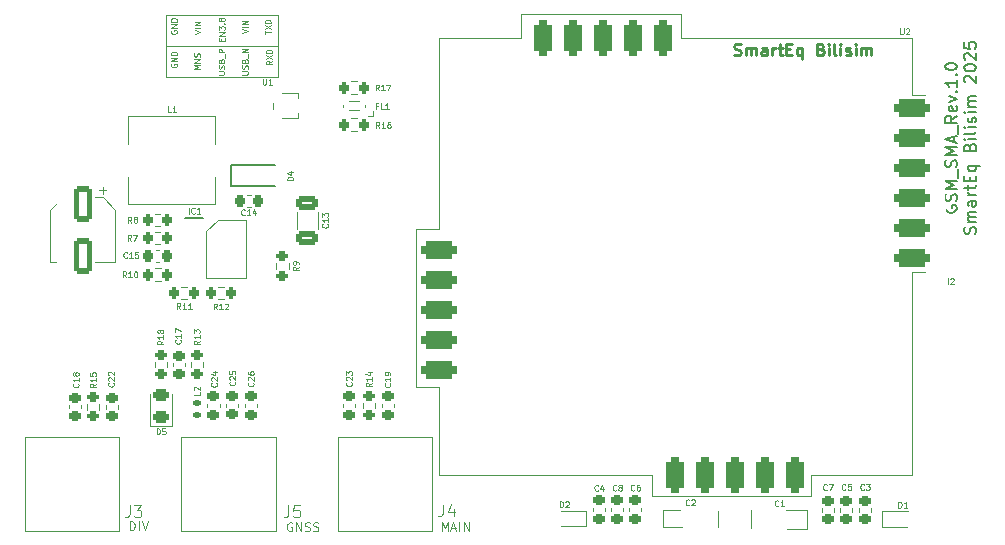
<source format=gto>
G04 #@! TF.GenerationSoftware,KiCad,Pcbnew,9.0.0*
G04 #@! TF.CreationDate,2025-09-02T12:19:59+03:00*
G04 #@! TF.ProjectId,GSM_SMA_V1.0,47534d5f-534d-4415-9f56-312e302e6b69,rev?*
G04 #@! TF.SameCoordinates,Original*
G04 #@! TF.FileFunction,Legend,Top*
G04 #@! TF.FilePolarity,Positive*
%FSLAX46Y46*%
G04 Gerber Fmt 4.6, Leading zero omitted, Abs format (unit mm)*
G04 Created by KiCad (PCBNEW 9.0.0) date 2025-09-02 12:19:59*
%MOMM*%
%LPD*%
G01*
G04 APERTURE LIST*
G04 Aperture macros list*
%AMRoundRect*
0 Rectangle with rounded corners*
0 $1 Rounding radius*
0 $2 $3 $4 $5 $6 $7 $8 $9 X,Y pos of 4 corners*
0 Add a 4 corners polygon primitive as box body*
4,1,4,$2,$3,$4,$5,$6,$7,$8,$9,$2,$3,0*
0 Add four circle primitives for the rounded corners*
1,1,$1+$1,$2,$3*
1,1,$1+$1,$4,$5*
1,1,$1+$1,$6,$7*
1,1,$1+$1,$8,$9*
0 Add four rect primitives between the rounded corners*
20,1,$1+$1,$2,$3,$4,$5,0*
20,1,$1+$1,$4,$5,$6,$7,0*
20,1,$1+$1,$6,$7,$8,$9,0*
20,1,$1+$1,$8,$9,$2,$3,0*%
%AMFreePoly0*
4,1,57,0.519269,3.056200,0.858190,2.978844,1.186319,2.864027,1.499529,2.713193,1.793881,2.528239,2.065674,2.311491,2.311491,2.065674,2.528239,1.793881,2.713193,1.499529,2.864027,1.186319,2.978844,0.858190,3.056200,0.519269,3.095123,0.173818,3.095123,-0.173818,3.056200,-0.519269,2.978844,-0.858190,2.864027,-1.186319,2.713193,-1.499529,2.528239,-1.793881,2.311491,-2.065674,
2.065674,-2.311491,1.793881,-2.528239,1.499529,-2.713193,1.186319,-2.864027,0.858190,-2.978844,0.519269,-3.056200,0.173818,-3.095123,-0.173818,-3.095123,-0.519269,-3.056200,-0.858190,-2.978844,-1.186319,-2.864027,-1.499529,-2.713193,-1.793881,-2.528239,-2.065674,-2.311491,-2.311491,-2.065674,-2.528239,-1.793881,-2.713193,-1.499529,-2.864027,-1.186319,-2.978844,-0.858190,-3.056200,-0.519269,
-3.095123,-0.173818,-3.095123,0.173818,-3.056200,0.519269,-2.978844,0.858190,-2.864027,1.186319,-2.713193,1.499529,-2.528239,1.793881,-2.311491,2.065674,-2.065674,2.311491,-1.793881,2.528239,-1.499529,2.713193,-1.186319,2.864027,-0.858190,2.978844,-0.519269,3.056200,-0.173818,3.095123,0.173818,3.095123,0.519269,3.056200,0.519269,3.056200,$1*%
%AMFreePoly1*
4,1,57,0.502519,2.957613,0.830507,2.882752,1.148050,2.771639,1.451157,2.625670,1.736014,2.446683,1.999040,2.236926,2.236926,1.999040,2.446683,1.736014,2.625670,1.451157,2.771639,1.148050,2.882752,0.830507,2.957613,0.502519,2.995280,0.168211,2.995280,-0.168211,2.957613,-0.502519,2.882752,-0.830507,2.771639,-1.148050,2.625670,-1.451157,2.446683,-1.736014,2.236926,-1.999040,
1.999040,-2.236926,1.736014,-2.446683,1.451157,-2.625670,1.148050,-2.771639,0.830507,-2.882752,0.502519,-2.957613,0.168211,-2.995280,-0.168211,-2.995280,-0.502519,-2.957613,-0.830507,-2.882752,-1.148050,-2.771639,-1.451157,-2.625670,-1.736014,-2.446683,-1.999040,-2.236926,-2.236926,-1.999040,-2.446683,-1.736014,-2.625670,-1.451157,-2.771639,-1.148050,-2.882752,-0.830507,-2.957613,-0.502519,
-2.995280,-0.168211,-2.995280,0.168211,-2.957613,0.502519,-2.882752,0.830507,-2.771639,1.148050,-2.625670,1.451157,-2.446683,1.736014,-2.236926,1.999040,-1.999040,2.236926,-1.736014,2.446683,-1.451157,2.625670,-1.148050,2.771639,-0.830507,2.882752,-0.502519,2.957613,-0.168211,2.995280,0.168211,2.995280,0.502519,2.957613,0.502519,2.957613,$1*%
G04 Aperture macros list end*
%ADD10C,0.120000*%
%ADD11C,0.100000*%
%ADD12C,0.150000*%
%ADD13C,0.250000*%
%ADD14C,0.200000*%
%ADD15RoundRect,0.225000X0.250000X-0.225000X0.250000X0.225000X-0.250000X0.225000X-0.250000X-0.225000X0*%
%ADD16RoundRect,0.225000X-0.250000X0.225000X-0.250000X-0.225000X0.250000X-0.225000X0.250000X0.225000X0*%
%ADD17C,1.500000*%
%ADD18RoundRect,0.225000X0.225000X0.250000X-0.225000X0.250000X-0.225000X-0.250000X0.225000X-0.250000X0*%
%ADD19R,1.400000X1.000000*%
%ADD20RoundRect,0.200000X-0.200000X-0.275000X0.200000X-0.275000X0.200000X0.275000X-0.200000X0.275000X0*%
%ADD21R,1.600000X2.200000*%
%ADD22RoundRect,0.200000X0.275000X-0.200000X0.275000X0.200000X-0.275000X0.200000X-0.275000X-0.200000X0*%
%ADD23R,1.120000X1.220000*%
%ADD24R,2.000000X1.100000*%
%ADD25R,0.800000X1.100000*%
%ADD26R,0.750000X0.400000*%
%ADD27FreePoly0,270.000000*%
%ADD28O,2.500000X2.500000*%
%ADD29RoundRect,0.250000X0.650000X-0.325000X0.650000X0.325000X-0.650000X0.325000X-0.650000X-0.325000X0*%
%ADD30R,1.800000X1.230000*%
%ADD31RoundRect,0.200000X0.200000X0.275000X-0.200000X0.275000X-0.200000X-0.275000X0.200000X-0.275000X0*%
%ADD32RoundRect,0.250000X-0.550000X1.250000X-0.550000X-1.250000X0.550000X-1.250000X0.550000X1.250000X0*%
%ADD33FreePoly1,270.000000*%
%ADD34RoundRect,0.375000X1.125000X0.375000X-1.125000X0.375000X-1.125000X-0.375000X1.125000X-0.375000X0*%
%ADD35RoundRect,0.375000X-0.375000X1.125000X-0.375000X-1.125000X0.375000X-1.125000X0.375000X1.125000X0*%
%ADD36RoundRect,0.200000X-0.275000X0.200000X-0.275000X-0.200000X0.275000X-0.200000X0.275000X0.200000X0*%
%ADD37RoundRect,0.147500X-0.172500X0.147500X-0.172500X-0.147500X0.172500X-0.147500X0.172500X0.147500X0*%
%ADD38R,1.525000X0.700000*%
%ADD39R,2.560000X3.450000*%
%ADD40RoundRect,0.243750X0.456250X-0.243750X0.456250X0.243750X-0.456250X0.243750X-0.456250X-0.243750X0*%
%ADD41R,1.350000X1.350000*%
%ADD42O,1.350000X1.350000*%
G04 APERTURE END LIST*
D10*
X87370000Y-79610000D02*
X96800000Y-79610000D01*
X87370000Y-76980000D02*
X96800000Y-76980000D01*
X96800000Y-82240000D01*
X87370000Y-82240000D01*
X87370000Y-76980000D01*
D11*
X89753609Y-78556591D02*
X90253609Y-78389925D01*
X90253609Y-78389925D02*
X89753609Y-78223258D01*
X90253609Y-78056592D02*
X89753609Y-78056592D01*
X90253609Y-77818497D02*
X89753609Y-77818497D01*
X89753609Y-77818497D02*
X90253609Y-77532783D01*
X90253609Y-77532783D02*
X89753609Y-77532783D01*
X91783609Y-82015163D02*
X92188371Y-82015163D01*
X92188371Y-82015163D02*
X92235990Y-81991353D01*
X92235990Y-81991353D02*
X92259800Y-81967544D01*
X92259800Y-81967544D02*
X92283609Y-81919925D01*
X92283609Y-81919925D02*
X92283609Y-81824687D01*
X92283609Y-81824687D02*
X92259800Y-81777068D01*
X92259800Y-81777068D02*
X92235990Y-81753258D01*
X92235990Y-81753258D02*
X92188371Y-81729449D01*
X92188371Y-81729449D02*
X91783609Y-81729449D01*
X92259800Y-81515162D02*
X92283609Y-81443734D01*
X92283609Y-81443734D02*
X92283609Y-81324686D01*
X92283609Y-81324686D02*
X92259800Y-81277067D01*
X92259800Y-81277067D02*
X92235990Y-81253258D01*
X92235990Y-81253258D02*
X92188371Y-81229448D01*
X92188371Y-81229448D02*
X92140752Y-81229448D01*
X92140752Y-81229448D02*
X92093133Y-81253258D01*
X92093133Y-81253258D02*
X92069323Y-81277067D01*
X92069323Y-81277067D02*
X92045514Y-81324686D01*
X92045514Y-81324686D02*
X92021704Y-81419924D01*
X92021704Y-81419924D02*
X91997895Y-81467543D01*
X91997895Y-81467543D02*
X91974085Y-81491353D01*
X91974085Y-81491353D02*
X91926466Y-81515162D01*
X91926466Y-81515162D02*
X91878847Y-81515162D01*
X91878847Y-81515162D02*
X91831228Y-81491353D01*
X91831228Y-81491353D02*
X91807419Y-81467543D01*
X91807419Y-81467543D02*
X91783609Y-81419924D01*
X91783609Y-81419924D02*
X91783609Y-81300877D01*
X91783609Y-81300877D02*
X91807419Y-81229448D01*
X92021704Y-80848496D02*
X92045514Y-80777068D01*
X92045514Y-80777068D02*
X92069323Y-80753258D01*
X92069323Y-80753258D02*
X92116942Y-80729449D01*
X92116942Y-80729449D02*
X92188371Y-80729449D01*
X92188371Y-80729449D02*
X92235990Y-80753258D01*
X92235990Y-80753258D02*
X92259800Y-80777068D01*
X92259800Y-80777068D02*
X92283609Y-80824687D01*
X92283609Y-80824687D02*
X92283609Y-81015163D01*
X92283609Y-81015163D02*
X91783609Y-81015163D01*
X91783609Y-81015163D02*
X91783609Y-80848496D01*
X91783609Y-80848496D02*
X91807419Y-80800877D01*
X91807419Y-80800877D02*
X91831228Y-80777068D01*
X91831228Y-80777068D02*
X91878847Y-80753258D01*
X91878847Y-80753258D02*
X91926466Y-80753258D01*
X91926466Y-80753258D02*
X91974085Y-80777068D01*
X91974085Y-80777068D02*
X91997895Y-80800877D01*
X91997895Y-80800877D02*
X92021704Y-80848496D01*
X92021704Y-80848496D02*
X92021704Y-81015163D01*
X92331228Y-80634211D02*
X92331228Y-80253258D01*
X92283609Y-80134211D02*
X91783609Y-80134211D01*
X91783609Y-80134211D02*
X91783609Y-79943735D01*
X91783609Y-79943735D02*
X91807419Y-79896116D01*
X91807419Y-79896116D02*
X91831228Y-79872306D01*
X91831228Y-79872306D02*
X91878847Y-79848497D01*
X91878847Y-79848497D02*
X91950276Y-79848497D01*
X91950276Y-79848497D02*
X91997895Y-79872306D01*
X91997895Y-79872306D02*
X92021704Y-79896116D01*
X92021704Y-79896116D02*
X92045514Y-79943735D01*
X92045514Y-79943735D02*
X92045514Y-80134211D01*
X93763609Y-82005163D02*
X94168371Y-82005163D01*
X94168371Y-82005163D02*
X94215990Y-81981353D01*
X94215990Y-81981353D02*
X94239800Y-81957544D01*
X94239800Y-81957544D02*
X94263609Y-81909925D01*
X94263609Y-81909925D02*
X94263609Y-81814687D01*
X94263609Y-81814687D02*
X94239800Y-81767068D01*
X94239800Y-81767068D02*
X94215990Y-81743258D01*
X94215990Y-81743258D02*
X94168371Y-81719449D01*
X94168371Y-81719449D02*
X93763609Y-81719449D01*
X94239800Y-81505162D02*
X94263609Y-81433734D01*
X94263609Y-81433734D02*
X94263609Y-81314686D01*
X94263609Y-81314686D02*
X94239800Y-81267067D01*
X94239800Y-81267067D02*
X94215990Y-81243258D01*
X94215990Y-81243258D02*
X94168371Y-81219448D01*
X94168371Y-81219448D02*
X94120752Y-81219448D01*
X94120752Y-81219448D02*
X94073133Y-81243258D01*
X94073133Y-81243258D02*
X94049323Y-81267067D01*
X94049323Y-81267067D02*
X94025514Y-81314686D01*
X94025514Y-81314686D02*
X94001704Y-81409924D01*
X94001704Y-81409924D02*
X93977895Y-81457543D01*
X93977895Y-81457543D02*
X93954085Y-81481353D01*
X93954085Y-81481353D02*
X93906466Y-81505162D01*
X93906466Y-81505162D02*
X93858847Y-81505162D01*
X93858847Y-81505162D02*
X93811228Y-81481353D01*
X93811228Y-81481353D02*
X93787419Y-81457543D01*
X93787419Y-81457543D02*
X93763609Y-81409924D01*
X93763609Y-81409924D02*
X93763609Y-81290877D01*
X93763609Y-81290877D02*
X93787419Y-81219448D01*
X94001704Y-80838496D02*
X94025514Y-80767068D01*
X94025514Y-80767068D02*
X94049323Y-80743258D01*
X94049323Y-80743258D02*
X94096942Y-80719449D01*
X94096942Y-80719449D02*
X94168371Y-80719449D01*
X94168371Y-80719449D02*
X94215990Y-80743258D01*
X94215990Y-80743258D02*
X94239800Y-80767068D01*
X94239800Y-80767068D02*
X94263609Y-80814687D01*
X94263609Y-80814687D02*
X94263609Y-81005163D01*
X94263609Y-81005163D02*
X93763609Y-81005163D01*
X93763609Y-81005163D02*
X93763609Y-80838496D01*
X93763609Y-80838496D02*
X93787419Y-80790877D01*
X93787419Y-80790877D02*
X93811228Y-80767068D01*
X93811228Y-80767068D02*
X93858847Y-80743258D01*
X93858847Y-80743258D02*
X93906466Y-80743258D01*
X93906466Y-80743258D02*
X93954085Y-80767068D01*
X93954085Y-80767068D02*
X93977895Y-80790877D01*
X93977895Y-80790877D02*
X94001704Y-80838496D01*
X94001704Y-80838496D02*
X94001704Y-81005163D01*
X94311228Y-80624211D02*
X94311228Y-80243258D01*
X94263609Y-80124211D02*
X93763609Y-80124211D01*
X93763609Y-80124211D02*
X94263609Y-79838497D01*
X94263609Y-79838497D02*
X93763609Y-79838497D01*
D12*
X153357494Y-93121904D02*
X153309875Y-93217142D01*
X153309875Y-93217142D02*
X153309875Y-93359999D01*
X153309875Y-93359999D02*
X153357494Y-93502856D01*
X153357494Y-93502856D02*
X153452732Y-93598094D01*
X153452732Y-93598094D02*
X153547970Y-93645713D01*
X153547970Y-93645713D02*
X153738446Y-93693332D01*
X153738446Y-93693332D02*
X153881303Y-93693332D01*
X153881303Y-93693332D02*
X154071779Y-93645713D01*
X154071779Y-93645713D02*
X154167017Y-93598094D01*
X154167017Y-93598094D02*
X154262256Y-93502856D01*
X154262256Y-93502856D02*
X154309875Y-93359999D01*
X154309875Y-93359999D02*
X154309875Y-93264761D01*
X154309875Y-93264761D02*
X154262256Y-93121904D01*
X154262256Y-93121904D02*
X154214636Y-93074285D01*
X154214636Y-93074285D02*
X153881303Y-93074285D01*
X153881303Y-93074285D02*
X153881303Y-93264761D01*
X154262256Y-92693332D02*
X154309875Y-92550475D01*
X154309875Y-92550475D02*
X154309875Y-92312380D01*
X154309875Y-92312380D02*
X154262256Y-92217142D01*
X154262256Y-92217142D02*
X154214636Y-92169523D01*
X154214636Y-92169523D02*
X154119398Y-92121904D01*
X154119398Y-92121904D02*
X154024160Y-92121904D01*
X154024160Y-92121904D02*
X153928922Y-92169523D01*
X153928922Y-92169523D02*
X153881303Y-92217142D01*
X153881303Y-92217142D02*
X153833684Y-92312380D01*
X153833684Y-92312380D02*
X153786065Y-92502856D01*
X153786065Y-92502856D02*
X153738446Y-92598094D01*
X153738446Y-92598094D02*
X153690827Y-92645713D01*
X153690827Y-92645713D02*
X153595589Y-92693332D01*
X153595589Y-92693332D02*
X153500351Y-92693332D01*
X153500351Y-92693332D02*
X153405113Y-92645713D01*
X153405113Y-92645713D02*
X153357494Y-92598094D01*
X153357494Y-92598094D02*
X153309875Y-92502856D01*
X153309875Y-92502856D02*
X153309875Y-92264761D01*
X153309875Y-92264761D02*
X153357494Y-92121904D01*
X154309875Y-91693332D02*
X153309875Y-91693332D01*
X153309875Y-91693332D02*
X154024160Y-91359999D01*
X154024160Y-91359999D02*
X153309875Y-91026666D01*
X153309875Y-91026666D02*
X154309875Y-91026666D01*
X154405113Y-90788571D02*
X154405113Y-90026666D01*
X154262256Y-89836189D02*
X154309875Y-89693332D01*
X154309875Y-89693332D02*
X154309875Y-89455237D01*
X154309875Y-89455237D02*
X154262256Y-89359999D01*
X154262256Y-89359999D02*
X154214636Y-89312380D01*
X154214636Y-89312380D02*
X154119398Y-89264761D01*
X154119398Y-89264761D02*
X154024160Y-89264761D01*
X154024160Y-89264761D02*
X153928922Y-89312380D01*
X153928922Y-89312380D02*
X153881303Y-89359999D01*
X153881303Y-89359999D02*
X153833684Y-89455237D01*
X153833684Y-89455237D02*
X153786065Y-89645713D01*
X153786065Y-89645713D02*
X153738446Y-89740951D01*
X153738446Y-89740951D02*
X153690827Y-89788570D01*
X153690827Y-89788570D02*
X153595589Y-89836189D01*
X153595589Y-89836189D02*
X153500351Y-89836189D01*
X153500351Y-89836189D02*
X153405113Y-89788570D01*
X153405113Y-89788570D02*
X153357494Y-89740951D01*
X153357494Y-89740951D02*
X153309875Y-89645713D01*
X153309875Y-89645713D02*
X153309875Y-89407618D01*
X153309875Y-89407618D02*
X153357494Y-89264761D01*
X154309875Y-88836189D02*
X153309875Y-88836189D01*
X153309875Y-88836189D02*
X154024160Y-88502856D01*
X154024160Y-88502856D02*
X153309875Y-88169523D01*
X153309875Y-88169523D02*
X154309875Y-88169523D01*
X154024160Y-87740951D02*
X154024160Y-87264761D01*
X154309875Y-87836189D02*
X153309875Y-87502856D01*
X153309875Y-87502856D02*
X154309875Y-87169523D01*
X154405113Y-87074285D02*
X154405113Y-86312380D01*
X154309875Y-85502856D02*
X153833684Y-85836189D01*
X154309875Y-86074284D02*
X153309875Y-86074284D01*
X153309875Y-86074284D02*
X153309875Y-85693332D01*
X153309875Y-85693332D02*
X153357494Y-85598094D01*
X153357494Y-85598094D02*
X153405113Y-85550475D01*
X153405113Y-85550475D02*
X153500351Y-85502856D01*
X153500351Y-85502856D02*
X153643208Y-85502856D01*
X153643208Y-85502856D02*
X153738446Y-85550475D01*
X153738446Y-85550475D02*
X153786065Y-85598094D01*
X153786065Y-85598094D02*
X153833684Y-85693332D01*
X153833684Y-85693332D02*
X153833684Y-86074284D01*
X154262256Y-84693332D02*
X154309875Y-84788570D01*
X154309875Y-84788570D02*
X154309875Y-84979046D01*
X154309875Y-84979046D02*
X154262256Y-85074284D01*
X154262256Y-85074284D02*
X154167017Y-85121903D01*
X154167017Y-85121903D02*
X153786065Y-85121903D01*
X153786065Y-85121903D02*
X153690827Y-85074284D01*
X153690827Y-85074284D02*
X153643208Y-84979046D01*
X153643208Y-84979046D02*
X153643208Y-84788570D01*
X153643208Y-84788570D02*
X153690827Y-84693332D01*
X153690827Y-84693332D02*
X153786065Y-84645713D01*
X153786065Y-84645713D02*
X153881303Y-84645713D01*
X153881303Y-84645713D02*
X153976541Y-85121903D01*
X153643208Y-84312379D02*
X154309875Y-84074284D01*
X154309875Y-84074284D02*
X153643208Y-83836189D01*
X154214636Y-83455236D02*
X154262256Y-83407617D01*
X154262256Y-83407617D02*
X154309875Y-83455236D01*
X154309875Y-83455236D02*
X154262256Y-83502855D01*
X154262256Y-83502855D02*
X154214636Y-83455236D01*
X154214636Y-83455236D02*
X154309875Y-83455236D01*
X154309875Y-82455237D02*
X154309875Y-83026665D01*
X154309875Y-82740951D02*
X153309875Y-82740951D01*
X153309875Y-82740951D02*
X153452732Y-82836189D01*
X153452732Y-82836189D02*
X153547970Y-82931427D01*
X153547970Y-82931427D02*
X153595589Y-83026665D01*
X154214636Y-82026665D02*
X154262256Y-81979046D01*
X154262256Y-81979046D02*
X154309875Y-82026665D01*
X154309875Y-82026665D02*
X154262256Y-82074284D01*
X154262256Y-82074284D02*
X154214636Y-82026665D01*
X154214636Y-82026665D02*
X154309875Y-82026665D01*
X153309875Y-81359999D02*
X153309875Y-81264761D01*
X153309875Y-81264761D02*
X153357494Y-81169523D01*
X153357494Y-81169523D02*
X153405113Y-81121904D01*
X153405113Y-81121904D02*
X153500351Y-81074285D01*
X153500351Y-81074285D02*
X153690827Y-81026666D01*
X153690827Y-81026666D02*
X153928922Y-81026666D01*
X153928922Y-81026666D02*
X154119398Y-81074285D01*
X154119398Y-81074285D02*
X154214636Y-81121904D01*
X154214636Y-81121904D02*
X154262256Y-81169523D01*
X154262256Y-81169523D02*
X154309875Y-81264761D01*
X154309875Y-81264761D02*
X154309875Y-81359999D01*
X154309875Y-81359999D02*
X154262256Y-81455237D01*
X154262256Y-81455237D02*
X154214636Y-81502856D01*
X154214636Y-81502856D02*
X154119398Y-81550475D01*
X154119398Y-81550475D02*
X153928922Y-81598094D01*
X153928922Y-81598094D02*
X153690827Y-81598094D01*
X153690827Y-81598094D02*
X153500351Y-81550475D01*
X153500351Y-81550475D02*
X153405113Y-81502856D01*
X153405113Y-81502856D02*
X153357494Y-81455237D01*
X153357494Y-81455237D02*
X153309875Y-81359999D01*
X155872200Y-95479047D02*
X155919819Y-95336190D01*
X155919819Y-95336190D02*
X155919819Y-95098095D01*
X155919819Y-95098095D02*
X155872200Y-95002857D01*
X155872200Y-95002857D02*
X155824580Y-94955238D01*
X155824580Y-94955238D02*
X155729342Y-94907619D01*
X155729342Y-94907619D02*
X155634104Y-94907619D01*
X155634104Y-94907619D02*
X155538866Y-94955238D01*
X155538866Y-94955238D02*
X155491247Y-95002857D01*
X155491247Y-95002857D02*
X155443628Y-95098095D01*
X155443628Y-95098095D02*
X155396009Y-95288571D01*
X155396009Y-95288571D02*
X155348390Y-95383809D01*
X155348390Y-95383809D02*
X155300771Y-95431428D01*
X155300771Y-95431428D02*
X155205533Y-95479047D01*
X155205533Y-95479047D02*
X155110295Y-95479047D01*
X155110295Y-95479047D02*
X155015057Y-95431428D01*
X155015057Y-95431428D02*
X154967438Y-95383809D01*
X154967438Y-95383809D02*
X154919819Y-95288571D01*
X154919819Y-95288571D02*
X154919819Y-95050476D01*
X154919819Y-95050476D02*
X154967438Y-94907619D01*
X155919819Y-94479047D02*
X155253152Y-94479047D01*
X155348390Y-94479047D02*
X155300771Y-94431428D01*
X155300771Y-94431428D02*
X155253152Y-94336190D01*
X155253152Y-94336190D02*
X155253152Y-94193333D01*
X155253152Y-94193333D02*
X155300771Y-94098095D01*
X155300771Y-94098095D02*
X155396009Y-94050476D01*
X155396009Y-94050476D02*
X155919819Y-94050476D01*
X155396009Y-94050476D02*
X155300771Y-94002857D01*
X155300771Y-94002857D02*
X155253152Y-93907619D01*
X155253152Y-93907619D02*
X155253152Y-93764762D01*
X155253152Y-93764762D02*
X155300771Y-93669523D01*
X155300771Y-93669523D02*
X155396009Y-93621904D01*
X155396009Y-93621904D02*
X155919819Y-93621904D01*
X155919819Y-92717143D02*
X155396009Y-92717143D01*
X155396009Y-92717143D02*
X155300771Y-92764762D01*
X155300771Y-92764762D02*
X155253152Y-92860000D01*
X155253152Y-92860000D02*
X155253152Y-93050476D01*
X155253152Y-93050476D02*
X155300771Y-93145714D01*
X155872200Y-92717143D02*
X155919819Y-92812381D01*
X155919819Y-92812381D02*
X155919819Y-93050476D01*
X155919819Y-93050476D02*
X155872200Y-93145714D01*
X155872200Y-93145714D02*
X155776961Y-93193333D01*
X155776961Y-93193333D02*
X155681723Y-93193333D01*
X155681723Y-93193333D02*
X155586485Y-93145714D01*
X155586485Y-93145714D02*
X155538866Y-93050476D01*
X155538866Y-93050476D02*
X155538866Y-92812381D01*
X155538866Y-92812381D02*
X155491247Y-92717143D01*
X155919819Y-92240952D02*
X155253152Y-92240952D01*
X155443628Y-92240952D02*
X155348390Y-92193333D01*
X155348390Y-92193333D02*
X155300771Y-92145714D01*
X155300771Y-92145714D02*
X155253152Y-92050476D01*
X155253152Y-92050476D02*
X155253152Y-91955238D01*
X155253152Y-91764761D02*
X155253152Y-91383809D01*
X154919819Y-91621904D02*
X155776961Y-91621904D01*
X155776961Y-91621904D02*
X155872200Y-91574285D01*
X155872200Y-91574285D02*
X155919819Y-91479047D01*
X155919819Y-91479047D02*
X155919819Y-91383809D01*
X155396009Y-91050475D02*
X155396009Y-90717142D01*
X155919819Y-90574285D02*
X155919819Y-91050475D01*
X155919819Y-91050475D02*
X154919819Y-91050475D01*
X154919819Y-91050475D02*
X154919819Y-90574285D01*
X155253152Y-89717142D02*
X156253152Y-89717142D01*
X155872200Y-89717142D02*
X155919819Y-89812380D01*
X155919819Y-89812380D02*
X155919819Y-90002856D01*
X155919819Y-90002856D02*
X155872200Y-90098094D01*
X155872200Y-90098094D02*
X155824580Y-90145713D01*
X155824580Y-90145713D02*
X155729342Y-90193332D01*
X155729342Y-90193332D02*
X155443628Y-90193332D01*
X155443628Y-90193332D02*
X155348390Y-90145713D01*
X155348390Y-90145713D02*
X155300771Y-90098094D01*
X155300771Y-90098094D02*
X155253152Y-90002856D01*
X155253152Y-90002856D02*
X155253152Y-89812380D01*
X155253152Y-89812380D02*
X155300771Y-89717142D01*
X155396009Y-88145713D02*
X155443628Y-88002856D01*
X155443628Y-88002856D02*
X155491247Y-87955237D01*
X155491247Y-87955237D02*
X155586485Y-87907618D01*
X155586485Y-87907618D02*
X155729342Y-87907618D01*
X155729342Y-87907618D02*
X155824580Y-87955237D01*
X155824580Y-87955237D02*
X155872200Y-88002856D01*
X155872200Y-88002856D02*
X155919819Y-88098094D01*
X155919819Y-88098094D02*
X155919819Y-88479046D01*
X155919819Y-88479046D02*
X154919819Y-88479046D01*
X154919819Y-88479046D02*
X154919819Y-88145713D01*
X154919819Y-88145713D02*
X154967438Y-88050475D01*
X154967438Y-88050475D02*
X155015057Y-88002856D01*
X155015057Y-88002856D02*
X155110295Y-87955237D01*
X155110295Y-87955237D02*
X155205533Y-87955237D01*
X155205533Y-87955237D02*
X155300771Y-88002856D01*
X155300771Y-88002856D02*
X155348390Y-88050475D01*
X155348390Y-88050475D02*
X155396009Y-88145713D01*
X155396009Y-88145713D02*
X155396009Y-88479046D01*
X155919819Y-87479046D02*
X155253152Y-87479046D01*
X154919819Y-87479046D02*
X154967438Y-87526665D01*
X154967438Y-87526665D02*
X155015057Y-87479046D01*
X155015057Y-87479046D02*
X154967438Y-87431427D01*
X154967438Y-87431427D02*
X154919819Y-87479046D01*
X154919819Y-87479046D02*
X155015057Y-87479046D01*
X155919819Y-86859999D02*
X155872200Y-86955237D01*
X155872200Y-86955237D02*
X155776961Y-87002856D01*
X155776961Y-87002856D02*
X154919819Y-87002856D01*
X155919819Y-86479046D02*
X155253152Y-86479046D01*
X154919819Y-86479046D02*
X154967438Y-86526665D01*
X154967438Y-86526665D02*
X155015057Y-86479046D01*
X155015057Y-86479046D02*
X154967438Y-86431427D01*
X154967438Y-86431427D02*
X154919819Y-86479046D01*
X154919819Y-86479046D02*
X155015057Y-86479046D01*
X155872200Y-86050475D02*
X155919819Y-85955237D01*
X155919819Y-85955237D02*
X155919819Y-85764761D01*
X155919819Y-85764761D02*
X155872200Y-85669523D01*
X155872200Y-85669523D02*
X155776961Y-85621904D01*
X155776961Y-85621904D02*
X155729342Y-85621904D01*
X155729342Y-85621904D02*
X155634104Y-85669523D01*
X155634104Y-85669523D02*
X155586485Y-85764761D01*
X155586485Y-85764761D02*
X155586485Y-85907618D01*
X155586485Y-85907618D02*
X155538866Y-86002856D01*
X155538866Y-86002856D02*
X155443628Y-86050475D01*
X155443628Y-86050475D02*
X155396009Y-86050475D01*
X155396009Y-86050475D02*
X155300771Y-86002856D01*
X155300771Y-86002856D02*
X155253152Y-85907618D01*
X155253152Y-85907618D02*
X155253152Y-85764761D01*
X155253152Y-85764761D02*
X155300771Y-85669523D01*
X155919819Y-85193332D02*
X155253152Y-85193332D01*
X154919819Y-85193332D02*
X154967438Y-85240951D01*
X154967438Y-85240951D02*
X155015057Y-85193332D01*
X155015057Y-85193332D02*
X154967438Y-85145713D01*
X154967438Y-85145713D02*
X154919819Y-85193332D01*
X154919819Y-85193332D02*
X155015057Y-85193332D01*
X155919819Y-84717142D02*
X155253152Y-84717142D01*
X155348390Y-84717142D02*
X155300771Y-84669523D01*
X155300771Y-84669523D02*
X155253152Y-84574285D01*
X155253152Y-84574285D02*
X155253152Y-84431428D01*
X155253152Y-84431428D02*
X155300771Y-84336190D01*
X155300771Y-84336190D02*
X155396009Y-84288571D01*
X155396009Y-84288571D02*
X155919819Y-84288571D01*
X155396009Y-84288571D02*
X155300771Y-84240952D01*
X155300771Y-84240952D02*
X155253152Y-84145714D01*
X155253152Y-84145714D02*
X155253152Y-84002857D01*
X155253152Y-84002857D02*
X155300771Y-83907618D01*
X155300771Y-83907618D02*
X155396009Y-83859999D01*
X155396009Y-83859999D02*
X155919819Y-83859999D01*
X155015057Y-82669523D02*
X154967438Y-82621904D01*
X154967438Y-82621904D02*
X154919819Y-82526666D01*
X154919819Y-82526666D02*
X154919819Y-82288571D01*
X154919819Y-82288571D02*
X154967438Y-82193333D01*
X154967438Y-82193333D02*
X155015057Y-82145714D01*
X155015057Y-82145714D02*
X155110295Y-82098095D01*
X155110295Y-82098095D02*
X155205533Y-82098095D01*
X155205533Y-82098095D02*
X155348390Y-82145714D01*
X155348390Y-82145714D02*
X155919819Y-82717142D01*
X155919819Y-82717142D02*
X155919819Y-82098095D01*
X154919819Y-81479047D02*
X154919819Y-81383809D01*
X154919819Y-81383809D02*
X154967438Y-81288571D01*
X154967438Y-81288571D02*
X155015057Y-81240952D01*
X155015057Y-81240952D02*
X155110295Y-81193333D01*
X155110295Y-81193333D02*
X155300771Y-81145714D01*
X155300771Y-81145714D02*
X155538866Y-81145714D01*
X155538866Y-81145714D02*
X155729342Y-81193333D01*
X155729342Y-81193333D02*
X155824580Y-81240952D01*
X155824580Y-81240952D02*
X155872200Y-81288571D01*
X155872200Y-81288571D02*
X155919819Y-81383809D01*
X155919819Y-81383809D02*
X155919819Y-81479047D01*
X155919819Y-81479047D02*
X155872200Y-81574285D01*
X155872200Y-81574285D02*
X155824580Y-81621904D01*
X155824580Y-81621904D02*
X155729342Y-81669523D01*
X155729342Y-81669523D02*
X155538866Y-81717142D01*
X155538866Y-81717142D02*
X155300771Y-81717142D01*
X155300771Y-81717142D02*
X155110295Y-81669523D01*
X155110295Y-81669523D02*
X155015057Y-81621904D01*
X155015057Y-81621904D02*
X154967438Y-81574285D01*
X154967438Y-81574285D02*
X154919819Y-81479047D01*
X155015057Y-80764761D02*
X154967438Y-80717142D01*
X154967438Y-80717142D02*
X154919819Y-80621904D01*
X154919819Y-80621904D02*
X154919819Y-80383809D01*
X154919819Y-80383809D02*
X154967438Y-80288571D01*
X154967438Y-80288571D02*
X155015057Y-80240952D01*
X155015057Y-80240952D02*
X155110295Y-80193333D01*
X155110295Y-80193333D02*
X155205533Y-80193333D01*
X155205533Y-80193333D02*
X155348390Y-80240952D01*
X155348390Y-80240952D02*
X155919819Y-80812380D01*
X155919819Y-80812380D02*
X155919819Y-80193333D01*
X154919819Y-79288571D02*
X154919819Y-79764761D01*
X154919819Y-79764761D02*
X155396009Y-79812380D01*
X155396009Y-79812380D02*
X155348390Y-79764761D01*
X155348390Y-79764761D02*
X155300771Y-79669523D01*
X155300771Y-79669523D02*
X155300771Y-79431428D01*
X155300771Y-79431428D02*
X155348390Y-79336190D01*
X155348390Y-79336190D02*
X155396009Y-79288571D01*
X155396009Y-79288571D02*
X155491247Y-79240952D01*
X155491247Y-79240952D02*
X155729342Y-79240952D01*
X155729342Y-79240952D02*
X155824580Y-79288571D01*
X155824580Y-79288571D02*
X155872200Y-79336190D01*
X155872200Y-79336190D02*
X155919819Y-79431428D01*
X155919819Y-79431428D02*
X155919819Y-79669523D01*
X155919819Y-79669523D02*
X155872200Y-79764761D01*
X155872200Y-79764761D02*
X155824580Y-79812380D01*
D11*
X110674360Y-120633014D02*
X110674360Y-119883014D01*
X110674360Y-119883014D02*
X110924360Y-120418728D01*
X110924360Y-120418728D02*
X111174360Y-119883014D01*
X111174360Y-119883014D02*
X111174360Y-120633014D01*
X111495789Y-120418728D02*
X111852932Y-120418728D01*
X111424360Y-120633014D02*
X111674360Y-119883014D01*
X111674360Y-119883014D02*
X111924360Y-120633014D01*
X112174360Y-120633014D02*
X112174360Y-119883014D01*
X112531503Y-120633014D02*
X112531503Y-119883014D01*
X112531503Y-119883014D02*
X112960074Y-120633014D01*
X112960074Y-120633014D02*
X112960074Y-119883014D01*
X95703609Y-78566591D02*
X95703609Y-78280877D01*
X96203609Y-78423734D02*
X95703609Y-78423734D01*
X95703609Y-78161830D02*
X96203609Y-77828497D01*
X95703609Y-77828497D02*
X96203609Y-78161830D01*
X96203609Y-77638021D02*
X95703609Y-77638021D01*
X95703609Y-77638021D02*
X95703609Y-77518973D01*
X95703609Y-77518973D02*
X95727419Y-77447545D01*
X95727419Y-77447545D02*
X95775038Y-77399926D01*
X95775038Y-77399926D02*
X95822657Y-77376116D01*
X95822657Y-77376116D02*
X95917895Y-77352307D01*
X95917895Y-77352307D02*
X95989323Y-77352307D01*
X95989323Y-77352307D02*
X96084561Y-77376116D01*
X96084561Y-77376116D02*
X96132180Y-77399926D01*
X96132180Y-77399926D02*
X96179800Y-77447545D01*
X96179800Y-77447545D02*
X96203609Y-77518973D01*
X96203609Y-77518973D02*
X96203609Y-77638021D01*
X90213609Y-81565163D02*
X89713609Y-81565163D01*
X89713609Y-81565163D02*
X90070752Y-81398496D01*
X90070752Y-81398496D02*
X89713609Y-81231830D01*
X89713609Y-81231830D02*
X90213609Y-81231830D01*
X90213609Y-80993734D02*
X89713609Y-80993734D01*
X89713609Y-80993734D02*
X90213609Y-80708020D01*
X90213609Y-80708020D02*
X89713609Y-80708020D01*
X90189800Y-80493733D02*
X90213609Y-80422305D01*
X90213609Y-80422305D02*
X90213609Y-80303257D01*
X90213609Y-80303257D02*
X90189800Y-80255638D01*
X90189800Y-80255638D02*
X90165990Y-80231829D01*
X90165990Y-80231829D02*
X90118371Y-80208019D01*
X90118371Y-80208019D02*
X90070752Y-80208019D01*
X90070752Y-80208019D02*
X90023133Y-80231829D01*
X90023133Y-80231829D02*
X89999323Y-80255638D01*
X89999323Y-80255638D02*
X89975514Y-80303257D01*
X89975514Y-80303257D02*
X89951704Y-80398495D01*
X89951704Y-80398495D02*
X89927895Y-80446114D01*
X89927895Y-80446114D02*
X89904085Y-80469924D01*
X89904085Y-80469924D02*
X89856466Y-80493733D01*
X89856466Y-80493733D02*
X89808847Y-80493733D01*
X89808847Y-80493733D02*
X89761228Y-80469924D01*
X89761228Y-80469924D02*
X89737419Y-80446114D01*
X89737419Y-80446114D02*
X89713609Y-80398495D01*
X89713609Y-80398495D02*
X89713609Y-80279448D01*
X89713609Y-80279448D02*
X89737419Y-80208019D01*
X93803609Y-78466591D02*
X94303609Y-78299925D01*
X94303609Y-78299925D02*
X93803609Y-78133258D01*
X94303609Y-77966592D02*
X93803609Y-77966592D01*
X94303609Y-77728497D02*
X93803609Y-77728497D01*
X93803609Y-77728497D02*
X94303609Y-77442783D01*
X94303609Y-77442783D02*
X93803609Y-77442783D01*
X87777419Y-78283258D02*
X87753609Y-78330877D01*
X87753609Y-78330877D02*
X87753609Y-78402306D01*
X87753609Y-78402306D02*
X87777419Y-78473734D01*
X87777419Y-78473734D02*
X87825038Y-78521353D01*
X87825038Y-78521353D02*
X87872657Y-78545163D01*
X87872657Y-78545163D02*
X87967895Y-78568972D01*
X87967895Y-78568972D02*
X88039323Y-78568972D01*
X88039323Y-78568972D02*
X88134561Y-78545163D01*
X88134561Y-78545163D02*
X88182180Y-78521353D01*
X88182180Y-78521353D02*
X88229800Y-78473734D01*
X88229800Y-78473734D02*
X88253609Y-78402306D01*
X88253609Y-78402306D02*
X88253609Y-78354687D01*
X88253609Y-78354687D02*
X88229800Y-78283258D01*
X88229800Y-78283258D02*
X88205990Y-78259449D01*
X88205990Y-78259449D02*
X88039323Y-78259449D01*
X88039323Y-78259449D02*
X88039323Y-78354687D01*
X88253609Y-78045163D02*
X87753609Y-78045163D01*
X87753609Y-78045163D02*
X88253609Y-77759449D01*
X88253609Y-77759449D02*
X87753609Y-77759449D01*
X88253609Y-77521353D02*
X87753609Y-77521353D01*
X87753609Y-77521353D02*
X87753609Y-77402305D01*
X87753609Y-77402305D02*
X87777419Y-77330877D01*
X87777419Y-77330877D02*
X87825038Y-77283258D01*
X87825038Y-77283258D02*
X87872657Y-77259448D01*
X87872657Y-77259448D02*
X87967895Y-77235639D01*
X87967895Y-77235639D02*
X88039323Y-77235639D01*
X88039323Y-77235639D02*
X88134561Y-77259448D01*
X88134561Y-77259448D02*
X88182180Y-77283258D01*
X88182180Y-77283258D02*
X88229800Y-77330877D01*
X88229800Y-77330877D02*
X88253609Y-77402305D01*
X88253609Y-77402305D02*
X88253609Y-77521353D01*
X84274360Y-120583014D02*
X84274360Y-119833014D01*
X84274360Y-119833014D02*
X84452931Y-119833014D01*
X84452931Y-119833014D02*
X84560074Y-119868728D01*
X84560074Y-119868728D02*
X84631503Y-119940157D01*
X84631503Y-119940157D02*
X84667217Y-120011585D01*
X84667217Y-120011585D02*
X84702931Y-120154442D01*
X84702931Y-120154442D02*
X84702931Y-120261585D01*
X84702931Y-120261585D02*
X84667217Y-120404442D01*
X84667217Y-120404442D02*
X84631503Y-120475871D01*
X84631503Y-120475871D02*
X84560074Y-120547300D01*
X84560074Y-120547300D02*
X84452931Y-120583014D01*
X84452931Y-120583014D02*
X84274360Y-120583014D01*
X85024360Y-120583014D02*
X85024360Y-119833014D01*
X85274360Y-119833014D02*
X85524360Y-120583014D01*
X85524360Y-120583014D02*
X85774360Y-119833014D01*
X92036732Y-79155163D02*
X92036732Y-78988496D01*
X92298637Y-78917068D02*
X92298637Y-79155163D01*
X92298637Y-79155163D02*
X91798637Y-79155163D01*
X91798637Y-79155163D02*
X91798637Y-78917068D01*
X92298637Y-78702782D02*
X91798637Y-78702782D01*
X91798637Y-78702782D02*
X92298637Y-78417068D01*
X92298637Y-78417068D02*
X91798637Y-78417068D01*
X91798637Y-78226591D02*
X91798637Y-77917067D01*
X91798637Y-77917067D02*
X91989113Y-78083734D01*
X91989113Y-78083734D02*
X91989113Y-78012305D01*
X91989113Y-78012305D02*
X92012923Y-77964686D01*
X92012923Y-77964686D02*
X92036732Y-77940877D01*
X92036732Y-77940877D02*
X92084351Y-77917067D01*
X92084351Y-77917067D02*
X92203399Y-77917067D01*
X92203399Y-77917067D02*
X92251018Y-77940877D01*
X92251018Y-77940877D02*
X92274828Y-77964686D01*
X92274828Y-77964686D02*
X92298637Y-78012305D01*
X92298637Y-78012305D02*
X92298637Y-78155162D01*
X92298637Y-78155162D02*
X92274828Y-78202781D01*
X92274828Y-78202781D02*
X92251018Y-78226591D01*
X92251018Y-77702782D02*
X92274828Y-77678972D01*
X92274828Y-77678972D02*
X92298637Y-77702782D01*
X92298637Y-77702782D02*
X92274828Y-77726591D01*
X92274828Y-77726591D02*
X92251018Y-77702782D01*
X92251018Y-77702782D02*
X92298637Y-77702782D01*
X92012923Y-77393258D02*
X91989113Y-77440877D01*
X91989113Y-77440877D02*
X91965304Y-77464687D01*
X91965304Y-77464687D02*
X91917685Y-77488496D01*
X91917685Y-77488496D02*
X91893875Y-77488496D01*
X91893875Y-77488496D02*
X91846256Y-77464687D01*
X91846256Y-77464687D02*
X91822447Y-77440877D01*
X91822447Y-77440877D02*
X91798637Y-77393258D01*
X91798637Y-77393258D02*
X91798637Y-77298020D01*
X91798637Y-77298020D02*
X91822447Y-77250401D01*
X91822447Y-77250401D02*
X91846256Y-77226592D01*
X91846256Y-77226592D02*
X91893875Y-77202782D01*
X91893875Y-77202782D02*
X91917685Y-77202782D01*
X91917685Y-77202782D02*
X91965304Y-77226592D01*
X91965304Y-77226592D02*
X91989113Y-77250401D01*
X91989113Y-77250401D02*
X92012923Y-77298020D01*
X92012923Y-77298020D02*
X92012923Y-77393258D01*
X92012923Y-77393258D02*
X92036732Y-77440877D01*
X92036732Y-77440877D02*
X92060542Y-77464687D01*
X92060542Y-77464687D02*
X92108161Y-77488496D01*
X92108161Y-77488496D02*
X92203399Y-77488496D01*
X92203399Y-77488496D02*
X92251018Y-77464687D01*
X92251018Y-77464687D02*
X92274828Y-77440877D01*
X92274828Y-77440877D02*
X92298637Y-77393258D01*
X92298637Y-77393258D02*
X92298637Y-77298020D01*
X92298637Y-77298020D02*
X92274828Y-77250401D01*
X92274828Y-77250401D02*
X92251018Y-77226592D01*
X92251018Y-77226592D02*
X92203399Y-77202782D01*
X92203399Y-77202782D02*
X92108161Y-77202782D01*
X92108161Y-77202782D02*
X92060542Y-77226592D01*
X92060542Y-77226592D02*
X92036732Y-77250401D01*
X92036732Y-77250401D02*
X92012923Y-77298020D01*
X96313704Y-80865544D02*
X96075609Y-81032210D01*
X96313704Y-81151258D02*
X95813704Y-81151258D01*
X95813704Y-81151258D02*
X95813704Y-80960782D01*
X95813704Y-80960782D02*
X95837514Y-80913163D01*
X95837514Y-80913163D02*
X95861323Y-80889353D01*
X95861323Y-80889353D02*
X95908942Y-80865544D01*
X95908942Y-80865544D02*
X95980371Y-80865544D01*
X95980371Y-80865544D02*
X96027990Y-80889353D01*
X96027990Y-80889353D02*
X96051799Y-80913163D01*
X96051799Y-80913163D02*
X96075609Y-80960782D01*
X96075609Y-80960782D02*
X96075609Y-81151258D01*
X95813704Y-80698877D02*
X96313704Y-80365544D01*
X95813704Y-80365544D02*
X96313704Y-80698877D01*
X96313704Y-80175068D02*
X95813704Y-80175068D01*
X95813704Y-80175068D02*
X95813704Y-80056020D01*
X95813704Y-80056020D02*
X95837514Y-79984592D01*
X95837514Y-79984592D02*
X95885133Y-79936973D01*
X95885133Y-79936973D02*
X95932752Y-79913163D01*
X95932752Y-79913163D02*
X96027990Y-79889354D01*
X96027990Y-79889354D02*
X96099418Y-79889354D01*
X96099418Y-79889354D02*
X96194656Y-79913163D01*
X96194656Y-79913163D02*
X96242275Y-79936973D01*
X96242275Y-79936973D02*
X96289895Y-79984592D01*
X96289895Y-79984592D02*
X96313704Y-80056020D01*
X96313704Y-80056020D02*
X96313704Y-80175068D01*
X87781324Y-81123163D02*
X87757514Y-81170782D01*
X87757514Y-81170782D02*
X87757514Y-81242211D01*
X87757514Y-81242211D02*
X87781324Y-81313639D01*
X87781324Y-81313639D02*
X87828943Y-81361258D01*
X87828943Y-81361258D02*
X87876562Y-81385068D01*
X87876562Y-81385068D02*
X87971800Y-81408877D01*
X87971800Y-81408877D02*
X88043228Y-81408877D01*
X88043228Y-81408877D02*
X88138466Y-81385068D01*
X88138466Y-81385068D02*
X88186085Y-81361258D01*
X88186085Y-81361258D02*
X88233705Y-81313639D01*
X88233705Y-81313639D02*
X88257514Y-81242211D01*
X88257514Y-81242211D02*
X88257514Y-81194592D01*
X88257514Y-81194592D02*
X88233705Y-81123163D01*
X88233705Y-81123163D02*
X88209895Y-81099354D01*
X88209895Y-81099354D02*
X88043228Y-81099354D01*
X88043228Y-81099354D02*
X88043228Y-81194592D01*
X88257514Y-80885068D02*
X87757514Y-80885068D01*
X87757514Y-80885068D02*
X88257514Y-80599354D01*
X88257514Y-80599354D02*
X87757514Y-80599354D01*
X88257514Y-80361258D02*
X87757514Y-80361258D01*
X87757514Y-80361258D02*
X87757514Y-80242210D01*
X87757514Y-80242210D02*
X87781324Y-80170782D01*
X87781324Y-80170782D02*
X87828943Y-80123163D01*
X87828943Y-80123163D02*
X87876562Y-80099353D01*
X87876562Y-80099353D02*
X87971800Y-80075544D01*
X87971800Y-80075544D02*
X88043228Y-80075544D01*
X88043228Y-80075544D02*
X88138466Y-80099353D01*
X88138466Y-80099353D02*
X88186085Y-80123163D01*
X88186085Y-80123163D02*
X88233705Y-80170782D01*
X88233705Y-80170782D02*
X88257514Y-80242210D01*
X88257514Y-80242210D02*
X88257514Y-80361258D01*
X97997217Y-119948728D02*
X97925789Y-119913014D01*
X97925789Y-119913014D02*
X97818646Y-119913014D01*
X97818646Y-119913014D02*
X97711503Y-119948728D01*
X97711503Y-119948728D02*
X97640074Y-120020157D01*
X97640074Y-120020157D02*
X97604360Y-120091585D01*
X97604360Y-120091585D02*
X97568646Y-120234442D01*
X97568646Y-120234442D02*
X97568646Y-120341585D01*
X97568646Y-120341585D02*
X97604360Y-120484442D01*
X97604360Y-120484442D02*
X97640074Y-120555871D01*
X97640074Y-120555871D02*
X97711503Y-120627300D01*
X97711503Y-120627300D02*
X97818646Y-120663014D01*
X97818646Y-120663014D02*
X97890074Y-120663014D01*
X97890074Y-120663014D02*
X97997217Y-120627300D01*
X97997217Y-120627300D02*
X98032931Y-120591585D01*
X98032931Y-120591585D02*
X98032931Y-120341585D01*
X98032931Y-120341585D02*
X97890074Y-120341585D01*
X98354360Y-120663014D02*
X98354360Y-119913014D01*
X98354360Y-119913014D02*
X98782931Y-120663014D01*
X98782931Y-120663014D02*
X98782931Y-119913014D01*
X99104360Y-120627300D02*
X99211503Y-120663014D01*
X99211503Y-120663014D02*
X99390074Y-120663014D01*
X99390074Y-120663014D02*
X99461503Y-120627300D01*
X99461503Y-120627300D02*
X99497217Y-120591585D01*
X99497217Y-120591585D02*
X99532931Y-120520157D01*
X99532931Y-120520157D02*
X99532931Y-120448728D01*
X99532931Y-120448728D02*
X99497217Y-120377300D01*
X99497217Y-120377300D02*
X99461503Y-120341585D01*
X99461503Y-120341585D02*
X99390074Y-120305871D01*
X99390074Y-120305871D02*
X99247217Y-120270157D01*
X99247217Y-120270157D02*
X99175788Y-120234442D01*
X99175788Y-120234442D02*
X99140074Y-120198728D01*
X99140074Y-120198728D02*
X99104360Y-120127300D01*
X99104360Y-120127300D02*
X99104360Y-120055871D01*
X99104360Y-120055871D02*
X99140074Y-119984442D01*
X99140074Y-119984442D02*
X99175788Y-119948728D01*
X99175788Y-119948728D02*
X99247217Y-119913014D01*
X99247217Y-119913014D02*
X99425788Y-119913014D01*
X99425788Y-119913014D02*
X99532931Y-119948728D01*
X99818646Y-120627300D02*
X99925789Y-120663014D01*
X99925789Y-120663014D02*
X100104360Y-120663014D01*
X100104360Y-120663014D02*
X100175789Y-120627300D01*
X100175789Y-120627300D02*
X100211503Y-120591585D01*
X100211503Y-120591585D02*
X100247217Y-120520157D01*
X100247217Y-120520157D02*
X100247217Y-120448728D01*
X100247217Y-120448728D02*
X100211503Y-120377300D01*
X100211503Y-120377300D02*
X100175789Y-120341585D01*
X100175789Y-120341585D02*
X100104360Y-120305871D01*
X100104360Y-120305871D02*
X99961503Y-120270157D01*
X99961503Y-120270157D02*
X99890074Y-120234442D01*
X99890074Y-120234442D02*
X99854360Y-120198728D01*
X99854360Y-120198728D02*
X99818646Y-120127300D01*
X99818646Y-120127300D02*
X99818646Y-120055871D01*
X99818646Y-120055871D02*
X99854360Y-119984442D01*
X99854360Y-119984442D02*
X99890074Y-119948728D01*
X99890074Y-119948728D02*
X99961503Y-119913014D01*
X99961503Y-119913014D02*
X100140074Y-119913014D01*
X100140074Y-119913014D02*
X100247217Y-119948728D01*
X144866666Y-117123490D02*
X144842857Y-117147300D01*
X144842857Y-117147300D02*
X144771428Y-117171109D01*
X144771428Y-117171109D02*
X144723809Y-117171109D01*
X144723809Y-117171109D02*
X144652381Y-117147300D01*
X144652381Y-117147300D02*
X144604762Y-117099680D01*
X144604762Y-117099680D02*
X144580952Y-117052061D01*
X144580952Y-117052061D02*
X144557143Y-116956823D01*
X144557143Y-116956823D02*
X144557143Y-116885395D01*
X144557143Y-116885395D02*
X144580952Y-116790157D01*
X144580952Y-116790157D02*
X144604762Y-116742538D01*
X144604762Y-116742538D02*
X144652381Y-116694919D01*
X144652381Y-116694919D02*
X144723809Y-116671109D01*
X144723809Y-116671109D02*
X144771428Y-116671109D01*
X144771428Y-116671109D02*
X144842857Y-116694919D01*
X144842857Y-116694919D02*
X144866666Y-116718728D01*
X145319047Y-116671109D02*
X145080952Y-116671109D01*
X145080952Y-116671109D02*
X145057143Y-116909204D01*
X145057143Y-116909204D02*
X145080952Y-116885395D01*
X145080952Y-116885395D02*
X145128571Y-116861585D01*
X145128571Y-116861585D02*
X145247619Y-116861585D01*
X145247619Y-116861585D02*
X145295238Y-116885395D01*
X145295238Y-116885395D02*
X145319047Y-116909204D01*
X145319047Y-116909204D02*
X145342857Y-116956823D01*
X145342857Y-116956823D02*
X145342857Y-117075871D01*
X145342857Y-117075871D02*
X145319047Y-117123490D01*
X145319047Y-117123490D02*
X145295238Y-117147300D01*
X145295238Y-117147300D02*
X145247619Y-117171109D01*
X145247619Y-117171109D02*
X145128571Y-117171109D01*
X145128571Y-117171109D02*
X145080952Y-117147300D01*
X145080952Y-117147300D02*
X145057143Y-117123490D01*
X91608490Y-108121428D02*
X91632300Y-108145237D01*
X91632300Y-108145237D02*
X91656109Y-108216666D01*
X91656109Y-108216666D02*
X91656109Y-108264285D01*
X91656109Y-108264285D02*
X91632300Y-108335713D01*
X91632300Y-108335713D02*
X91584680Y-108383332D01*
X91584680Y-108383332D02*
X91537061Y-108407142D01*
X91537061Y-108407142D02*
X91441823Y-108430951D01*
X91441823Y-108430951D02*
X91370395Y-108430951D01*
X91370395Y-108430951D02*
X91275157Y-108407142D01*
X91275157Y-108407142D02*
X91227538Y-108383332D01*
X91227538Y-108383332D02*
X91179919Y-108335713D01*
X91179919Y-108335713D02*
X91156109Y-108264285D01*
X91156109Y-108264285D02*
X91156109Y-108216666D01*
X91156109Y-108216666D02*
X91179919Y-108145237D01*
X91179919Y-108145237D02*
X91203728Y-108121428D01*
X91203728Y-107930951D02*
X91179919Y-107907142D01*
X91179919Y-107907142D02*
X91156109Y-107859523D01*
X91156109Y-107859523D02*
X91156109Y-107740475D01*
X91156109Y-107740475D02*
X91179919Y-107692856D01*
X91179919Y-107692856D02*
X91203728Y-107669047D01*
X91203728Y-107669047D02*
X91251347Y-107645237D01*
X91251347Y-107645237D02*
X91298966Y-107645237D01*
X91298966Y-107645237D02*
X91370395Y-107669047D01*
X91370395Y-107669047D02*
X91656109Y-107954761D01*
X91656109Y-107954761D02*
X91656109Y-107645237D01*
X91322776Y-107216666D02*
X91656109Y-107216666D01*
X91132300Y-107335714D02*
X91489442Y-107454761D01*
X91489442Y-107454761D02*
X91489442Y-107145238D01*
X93998571Y-93878490D02*
X93974762Y-93902300D01*
X93974762Y-93902300D02*
X93903333Y-93926109D01*
X93903333Y-93926109D02*
X93855714Y-93926109D01*
X93855714Y-93926109D02*
X93784286Y-93902300D01*
X93784286Y-93902300D02*
X93736667Y-93854680D01*
X93736667Y-93854680D02*
X93712857Y-93807061D01*
X93712857Y-93807061D02*
X93689048Y-93711823D01*
X93689048Y-93711823D02*
X93689048Y-93640395D01*
X93689048Y-93640395D02*
X93712857Y-93545157D01*
X93712857Y-93545157D02*
X93736667Y-93497538D01*
X93736667Y-93497538D02*
X93784286Y-93449919D01*
X93784286Y-93449919D02*
X93855714Y-93426109D01*
X93855714Y-93426109D02*
X93903333Y-93426109D01*
X93903333Y-93426109D02*
X93974762Y-93449919D01*
X93974762Y-93449919D02*
X93998571Y-93473728D01*
X94474762Y-93926109D02*
X94189048Y-93926109D01*
X94331905Y-93926109D02*
X94331905Y-93426109D01*
X94331905Y-93426109D02*
X94284286Y-93497538D01*
X94284286Y-93497538D02*
X94236667Y-93545157D01*
X94236667Y-93545157D02*
X94189048Y-93568966D01*
X94903333Y-93592776D02*
X94903333Y-93926109D01*
X94784285Y-93402300D02*
X94665238Y-93759442D01*
X94665238Y-93759442D02*
X94974761Y-93759442D01*
X126996666Y-117178490D02*
X126972857Y-117202300D01*
X126972857Y-117202300D02*
X126901428Y-117226109D01*
X126901428Y-117226109D02*
X126853809Y-117226109D01*
X126853809Y-117226109D02*
X126782381Y-117202300D01*
X126782381Y-117202300D02*
X126734762Y-117154680D01*
X126734762Y-117154680D02*
X126710952Y-117107061D01*
X126710952Y-117107061D02*
X126687143Y-117011823D01*
X126687143Y-117011823D02*
X126687143Y-116940395D01*
X126687143Y-116940395D02*
X126710952Y-116845157D01*
X126710952Y-116845157D02*
X126734762Y-116797538D01*
X126734762Y-116797538D02*
X126782381Y-116749919D01*
X126782381Y-116749919D02*
X126853809Y-116726109D01*
X126853809Y-116726109D02*
X126901428Y-116726109D01*
X126901428Y-116726109D02*
X126972857Y-116749919D01*
X126972857Y-116749919D02*
X126996666Y-116773728D01*
X127425238Y-116726109D02*
X127330000Y-116726109D01*
X127330000Y-116726109D02*
X127282381Y-116749919D01*
X127282381Y-116749919D02*
X127258571Y-116773728D01*
X127258571Y-116773728D02*
X127210952Y-116845157D01*
X127210952Y-116845157D02*
X127187143Y-116940395D01*
X127187143Y-116940395D02*
X127187143Y-117130871D01*
X127187143Y-117130871D02*
X127210952Y-117178490D01*
X127210952Y-117178490D02*
X127234762Y-117202300D01*
X127234762Y-117202300D02*
X127282381Y-117226109D01*
X127282381Y-117226109D02*
X127377619Y-117226109D01*
X127377619Y-117226109D02*
X127425238Y-117202300D01*
X127425238Y-117202300D02*
X127449047Y-117178490D01*
X127449047Y-117178490D02*
X127472857Y-117130871D01*
X127472857Y-117130871D02*
X127472857Y-117011823D01*
X127472857Y-117011823D02*
X127449047Y-116964204D01*
X127449047Y-116964204D02*
X127425238Y-116940395D01*
X127425238Y-116940395D02*
X127377619Y-116916585D01*
X127377619Y-116916585D02*
X127282381Y-116916585D01*
X127282381Y-116916585D02*
X127234762Y-116940395D01*
X127234762Y-116940395D02*
X127210952Y-116964204D01*
X127210952Y-116964204D02*
X127187143Y-117011823D01*
X95519047Y-82362609D02*
X95519047Y-82767371D01*
X95519047Y-82767371D02*
X95542857Y-82814990D01*
X95542857Y-82814990D02*
X95566666Y-82838800D01*
X95566666Y-82838800D02*
X95614285Y-82862609D01*
X95614285Y-82862609D02*
X95709523Y-82862609D01*
X95709523Y-82862609D02*
X95757142Y-82838800D01*
X95757142Y-82838800D02*
X95780952Y-82814990D01*
X95780952Y-82814990D02*
X95804761Y-82767371D01*
X95804761Y-82767371D02*
X95804761Y-82362609D01*
X96304762Y-82862609D02*
X96019048Y-82862609D01*
X96161905Y-82862609D02*
X96161905Y-82362609D01*
X96161905Y-82362609D02*
X96114286Y-82434038D01*
X96114286Y-82434038D02*
X96066667Y-82481657D01*
X96066667Y-82481657D02*
X96019048Y-82505466D01*
X84048571Y-97488490D02*
X84024762Y-97512300D01*
X84024762Y-97512300D02*
X83953333Y-97536109D01*
X83953333Y-97536109D02*
X83905714Y-97536109D01*
X83905714Y-97536109D02*
X83834286Y-97512300D01*
X83834286Y-97512300D02*
X83786667Y-97464680D01*
X83786667Y-97464680D02*
X83762857Y-97417061D01*
X83762857Y-97417061D02*
X83739048Y-97321823D01*
X83739048Y-97321823D02*
X83739048Y-97250395D01*
X83739048Y-97250395D02*
X83762857Y-97155157D01*
X83762857Y-97155157D02*
X83786667Y-97107538D01*
X83786667Y-97107538D02*
X83834286Y-97059919D01*
X83834286Y-97059919D02*
X83905714Y-97036109D01*
X83905714Y-97036109D02*
X83953333Y-97036109D01*
X83953333Y-97036109D02*
X84024762Y-97059919D01*
X84024762Y-97059919D02*
X84048571Y-97083728D01*
X84524762Y-97536109D02*
X84239048Y-97536109D01*
X84381905Y-97536109D02*
X84381905Y-97036109D01*
X84381905Y-97036109D02*
X84334286Y-97107538D01*
X84334286Y-97107538D02*
X84286667Y-97155157D01*
X84286667Y-97155157D02*
X84239048Y-97178966D01*
X84977142Y-97036109D02*
X84739047Y-97036109D01*
X84739047Y-97036109D02*
X84715238Y-97274204D01*
X84715238Y-97274204D02*
X84739047Y-97250395D01*
X84739047Y-97250395D02*
X84786666Y-97226585D01*
X84786666Y-97226585D02*
X84905714Y-97226585D01*
X84905714Y-97226585D02*
X84953333Y-97250395D01*
X84953333Y-97250395D02*
X84977142Y-97274204D01*
X84977142Y-97274204D02*
X85000952Y-97321823D01*
X85000952Y-97321823D02*
X85000952Y-97440871D01*
X85000952Y-97440871D02*
X84977142Y-97488490D01*
X84977142Y-97488490D02*
X84953333Y-97512300D01*
X84953333Y-97512300D02*
X84905714Y-97536109D01*
X84905714Y-97536109D02*
X84786666Y-97536109D01*
X84786666Y-97536109D02*
X84739047Y-97512300D01*
X84739047Y-97512300D02*
X84715238Y-97488490D01*
X84416666Y-94546109D02*
X84250000Y-94308014D01*
X84130952Y-94546109D02*
X84130952Y-94046109D01*
X84130952Y-94046109D02*
X84321428Y-94046109D01*
X84321428Y-94046109D02*
X84369047Y-94069919D01*
X84369047Y-94069919D02*
X84392857Y-94093728D01*
X84392857Y-94093728D02*
X84416666Y-94141347D01*
X84416666Y-94141347D02*
X84416666Y-94212776D01*
X84416666Y-94212776D02*
X84392857Y-94260395D01*
X84392857Y-94260395D02*
X84369047Y-94284204D01*
X84369047Y-94284204D02*
X84321428Y-94308014D01*
X84321428Y-94308014D02*
X84130952Y-94308014D01*
X84702381Y-94260395D02*
X84654762Y-94236585D01*
X84654762Y-94236585D02*
X84630952Y-94212776D01*
X84630952Y-94212776D02*
X84607143Y-94165157D01*
X84607143Y-94165157D02*
X84607143Y-94141347D01*
X84607143Y-94141347D02*
X84630952Y-94093728D01*
X84630952Y-94093728D02*
X84654762Y-94069919D01*
X84654762Y-94069919D02*
X84702381Y-94046109D01*
X84702381Y-94046109D02*
X84797619Y-94046109D01*
X84797619Y-94046109D02*
X84845238Y-94069919D01*
X84845238Y-94069919D02*
X84869047Y-94093728D01*
X84869047Y-94093728D02*
X84892857Y-94141347D01*
X84892857Y-94141347D02*
X84892857Y-94165157D01*
X84892857Y-94165157D02*
X84869047Y-94212776D01*
X84869047Y-94212776D02*
X84845238Y-94236585D01*
X84845238Y-94236585D02*
X84797619Y-94260395D01*
X84797619Y-94260395D02*
X84702381Y-94260395D01*
X84702381Y-94260395D02*
X84654762Y-94284204D01*
X84654762Y-94284204D02*
X84630952Y-94308014D01*
X84630952Y-94308014D02*
X84607143Y-94355633D01*
X84607143Y-94355633D02*
X84607143Y-94450871D01*
X84607143Y-94450871D02*
X84630952Y-94498490D01*
X84630952Y-94498490D02*
X84654762Y-94522300D01*
X84654762Y-94522300D02*
X84702381Y-94546109D01*
X84702381Y-94546109D02*
X84797619Y-94546109D01*
X84797619Y-94546109D02*
X84845238Y-94522300D01*
X84845238Y-94522300D02*
X84869047Y-94498490D01*
X84869047Y-94498490D02*
X84892857Y-94450871D01*
X84892857Y-94450871D02*
X84892857Y-94355633D01*
X84892857Y-94355633D02*
X84869047Y-94308014D01*
X84869047Y-94308014D02*
X84845238Y-94284204D01*
X84845238Y-94284204D02*
X84797619Y-94260395D01*
X87746666Y-85206109D02*
X87508571Y-85206109D01*
X87508571Y-85206109D02*
X87508571Y-84706109D01*
X88175238Y-85206109D02*
X87889524Y-85206109D01*
X88032381Y-85206109D02*
X88032381Y-84706109D01*
X88032381Y-84706109D02*
X87984762Y-84777538D01*
X87984762Y-84777538D02*
X87937143Y-84825157D01*
X87937143Y-84825157D02*
X87889524Y-84848966D01*
X104746109Y-108131428D02*
X104508014Y-108298094D01*
X104746109Y-108417142D02*
X104246109Y-108417142D01*
X104246109Y-108417142D02*
X104246109Y-108226666D01*
X104246109Y-108226666D02*
X104269919Y-108179047D01*
X104269919Y-108179047D02*
X104293728Y-108155237D01*
X104293728Y-108155237D02*
X104341347Y-108131428D01*
X104341347Y-108131428D02*
X104412776Y-108131428D01*
X104412776Y-108131428D02*
X104460395Y-108155237D01*
X104460395Y-108155237D02*
X104484204Y-108179047D01*
X104484204Y-108179047D02*
X104508014Y-108226666D01*
X104508014Y-108226666D02*
X104508014Y-108417142D01*
X104746109Y-107655237D02*
X104746109Y-107940951D01*
X104746109Y-107798094D02*
X104246109Y-107798094D01*
X104246109Y-107798094D02*
X104317538Y-107845713D01*
X104317538Y-107845713D02*
X104365157Y-107893332D01*
X104365157Y-107893332D02*
X104388966Y-107940951D01*
X104412776Y-107226666D02*
X104746109Y-107226666D01*
X104222300Y-107345714D02*
X104579442Y-107464761D01*
X104579442Y-107464761D02*
X104579442Y-107155238D01*
X98116109Y-90959047D02*
X97616109Y-90959047D01*
X97616109Y-90959047D02*
X97616109Y-90839999D01*
X97616109Y-90839999D02*
X97639919Y-90768571D01*
X97639919Y-90768571D02*
X97687538Y-90720952D01*
X97687538Y-90720952D02*
X97735157Y-90697142D01*
X97735157Y-90697142D02*
X97830395Y-90673333D01*
X97830395Y-90673333D02*
X97901823Y-90673333D01*
X97901823Y-90673333D02*
X97997061Y-90697142D01*
X97997061Y-90697142D02*
X98044680Y-90720952D01*
X98044680Y-90720952D02*
X98092300Y-90768571D01*
X98092300Y-90768571D02*
X98116109Y-90839999D01*
X98116109Y-90839999D02*
X98116109Y-90959047D01*
X97782776Y-90244761D02*
X98116109Y-90244761D01*
X97592300Y-90363809D02*
X97949442Y-90482856D01*
X97949442Y-90482856D02*
X97949442Y-90173333D01*
X149340952Y-118681109D02*
X149340952Y-118181109D01*
X149340952Y-118181109D02*
X149460000Y-118181109D01*
X149460000Y-118181109D02*
X149531428Y-118204919D01*
X149531428Y-118204919D02*
X149579047Y-118252538D01*
X149579047Y-118252538D02*
X149602857Y-118300157D01*
X149602857Y-118300157D02*
X149626666Y-118395395D01*
X149626666Y-118395395D02*
X149626666Y-118466823D01*
X149626666Y-118466823D02*
X149602857Y-118562061D01*
X149602857Y-118562061D02*
X149579047Y-118609680D01*
X149579047Y-118609680D02*
X149531428Y-118657300D01*
X149531428Y-118657300D02*
X149460000Y-118681109D01*
X149460000Y-118681109D02*
X149340952Y-118681109D01*
X150102857Y-118681109D02*
X149817143Y-118681109D01*
X149960000Y-118681109D02*
X149960000Y-118181109D01*
X149960000Y-118181109D02*
X149912381Y-118252538D01*
X149912381Y-118252538D02*
X149864762Y-118300157D01*
X149864762Y-118300157D02*
X149817143Y-118323966D01*
X106298490Y-108151428D02*
X106322300Y-108175237D01*
X106322300Y-108175237D02*
X106346109Y-108246666D01*
X106346109Y-108246666D02*
X106346109Y-108294285D01*
X106346109Y-108294285D02*
X106322300Y-108365713D01*
X106322300Y-108365713D02*
X106274680Y-108413332D01*
X106274680Y-108413332D02*
X106227061Y-108437142D01*
X106227061Y-108437142D02*
X106131823Y-108460951D01*
X106131823Y-108460951D02*
X106060395Y-108460951D01*
X106060395Y-108460951D02*
X105965157Y-108437142D01*
X105965157Y-108437142D02*
X105917538Y-108413332D01*
X105917538Y-108413332D02*
X105869919Y-108365713D01*
X105869919Y-108365713D02*
X105846109Y-108294285D01*
X105846109Y-108294285D02*
X105846109Y-108246666D01*
X105846109Y-108246666D02*
X105869919Y-108175237D01*
X105869919Y-108175237D02*
X105893728Y-108151428D01*
X106346109Y-107675237D02*
X106346109Y-107960951D01*
X106346109Y-107818094D02*
X105846109Y-107818094D01*
X105846109Y-107818094D02*
X105917538Y-107865713D01*
X105917538Y-107865713D02*
X105965157Y-107913332D01*
X105965157Y-107913332D02*
X105988966Y-107960951D01*
X106346109Y-107437142D02*
X106346109Y-107341904D01*
X106346109Y-107341904D02*
X106322300Y-107294285D01*
X106322300Y-107294285D02*
X106298490Y-107270476D01*
X106298490Y-107270476D02*
X106227061Y-107222857D01*
X106227061Y-107222857D02*
X106131823Y-107199047D01*
X106131823Y-107199047D02*
X105941347Y-107199047D01*
X105941347Y-107199047D02*
X105893728Y-107222857D01*
X105893728Y-107222857D02*
X105869919Y-107246666D01*
X105869919Y-107246666D02*
X105846109Y-107294285D01*
X105846109Y-107294285D02*
X105846109Y-107389523D01*
X105846109Y-107389523D02*
X105869919Y-107437142D01*
X105869919Y-107437142D02*
X105893728Y-107460952D01*
X105893728Y-107460952D02*
X105941347Y-107484761D01*
X105941347Y-107484761D02*
X106060395Y-107484761D01*
X106060395Y-107484761D02*
X106108014Y-107460952D01*
X106108014Y-107460952D02*
X106131823Y-107437142D01*
X106131823Y-107437142D02*
X106155633Y-107389523D01*
X106155633Y-107389523D02*
X106155633Y-107294285D01*
X106155633Y-107294285D02*
X106131823Y-107246666D01*
X106131823Y-107246666D02*
X106108014Y-107222857D01*
X106108014Y-107222857D02*
X106060395Y-107199047D01*
X105254886Y-84683877D02*
X105088219Y-84683877D01*
X105088219Y-84945782D02*
X105088219Y-84445782D01*
X105088219Y-84445782D02*
X105326314Y-84445782D01*
X105754885Y-84945782D02*
X105516790Y-84945782D01*
X105516790Y-84945782D02*
X105516790Y-84445782D01*
X106183457Y-84945782D02*
X105897743Y-84945782D01*
X106040600Y-84945782D02*
X106040600Y-84445782D01*
X106040600Y-84445782D02*
X105992981Y-84517211D01*
X105992981Y-84517211D02*
X105945362Y-84564830D01*
X105945362Y-84564830D02*
X105897743Y-84588639D01*
X81396109Y-108181428D02*
X81158014Y-108348094D01*
X81396109Y-108467142D02*
X80896109Y-108467142D01*
X80896109Y-108467142D02*
X80896109Y-108276666D01*
X80896109Y-108276666D02*
X80919919Y-108229047D01*
X80919919Y-108229047D02*
X80943728Y-108205237D01*
X80943728Y-108205237D02*
X80991347Y-108181428D01*
X80991347Y-108181428D02*
X81062776Y-108181428D01*
X81062776Y-108181428D02*
X81110395Y-108205237D01*
X81110395Y-108205237D02*
X81134204Y-108229047D01*
X81134204Y-108229047D02*
X81158014Y-108276666D01*
X81158014Y-108276666D02*
X81158014Y-108467142D01*
X81396109Y-107705237D02*
X81396109Y-107990951D01*
X81396109Y-107848094D02*
X80896109Y-107848094D01*
X80896109Y-107848094D02*
X80967538Y-107895713D01*
X80967538Y-107895713D02*
X81015157Y-107943332D01*
X81015157Y-107943332D02*
X81038966Y-107990951D01*
X80896109Y-107252857D02*
X80896109Y-107490952D01*
X80896109Y-107490952D02*
X81134204Y-107514761D01*
X81134204Y-107514761D02*
X81110395Y-107490952D01*
X81110395Y-107490952D02*
X81086585Y-107443333D01*
X81086585Y-107443333D02*
X81086585Y-107324285D01*
X81086585Y-107324285D02*
X81110395Y-107276666D01*
X81110395Y-107276666D02*
X81134204Y-107252857D01*
X81134204Y-107252857D02*
X81181823Y-107229047D01*
X81181823Y-107229047D02*
X81300871Y-107229047D01*
X81300871Y-107229047D02*
X81348490Y-107252857D01*
X81348490Y-107252857D02*
X81372300Y-107276666D01*
X81372300Y-107276666D02*
X81396109Y-107324285D01*
X81396109Y-107324285D02*
X81396109Y-107443333D01*
X81396109Y-107443333D02*
X81372300Y-107490952D01*
X81372300Y-107490952D02*
X81348490Y-107514761D01*
X125456666Y-117198490D02*
X125432857Y-117222300D01*
X125432857Y-117222300D02*
X125361428Y-117246109D01*
X125361428Y-117246109D02*
X125313809Y-117246109D01*
X125313809Y-117246109D02*
X125242381Y-117222300D01*
X125242381Y-117222300D02*
X125194762Y-117174680D01*
X125194762Y-117174680D02*
X125170952Y-117127061D01*
X125170952Y-117127061D02*
X125147143Y-117031823D01*
X125147143Y-117031823D02*
X125147143Y-116960395D01*
X125147143Y-116960395D02*
X125170952Y-116865157D01*
X125170952Y-116865157D02*
X125194762Y-116817538D01*
X125194762Y-116817538D02*
X125242381Y-116769919D01*
X125242381Y-116769919D02*
X125313809Y-116746109D01*
X125313809Y-116746109D02*
X125361428Y-116746109D01*
X125361428Y-116746109D02*
X125432857Y-116769919D01*
X125432857Y-116769919D02*
X125456666Y-116793728D01*
X125742381Y-116960395D02*
X125694762Y-116936585D01*
X125694762Y-116936585D02*
X125670952Y-116912776D01*
X125670952Y-116912776D02*
X125647143Y-116865157D01*
X125647143Y-116865157D02*
X125647143Y-116841347D01*
X125647143Y-116841347D02*
X125670952Y-116793728D01*
X125670952Y-116793728D02*
X125694762Y-116769919D01*
X125694762Y-116769919D02*
X125742381Y-116746109D01*
X125742381Y-116746109D02*
X125837619Y-116746109D01*
X125837619Y-116746109D02*
X125885238Y-116769919D01*
X125885238Y-116769919D02*
X125909047Y-116793728D01*
X125909047Y-116793728D02*
X125932857Y-116841347D01*
X125932857Y-116841347D02*
X125932857Y-116865157D01*
X125932857Y-116865157D02*
X125909047Y-116912776D01*
X125909047Y-116912776D02*
X125885238Y-116936585D01*
X125885238Y-116936585D02*
X125837619Y-116960395D01*
X125837619Y-116960395D02*
X125742381Y-116960395D01*
X125742381Y-116960395D02*
X125694762Y-116984204D01*
X125694762Y-116984204D02*
X125670952Y-117008014D01*
X125670952Y-117008014D02*
X125647143Y-117055633D01*
X125647143Y-117055633D02*
X125647143Y-117150871D01*
X125647143Y-117150871D02*
X125670952Y-117198490D01*
X125670952Y-117198490D02*
X125694762Y-117222300D01*
X125694762Y-117222300D02*
X125742381Y-117246109D01*
X125742381Y-117246109D02*
X125837619Y-117246109D01*
X125837619Y-117246109D02*
X125885238Y-117222300D01*
X125885238Y-117222300D02*
X125909047Y-117198490D01*
X125909047Y-117198490D02*
X125932857Y-117150871D01*
X125932857Y-117150871D02*
X125932857Y-117055633D01*
X125932857Y-117055633D02*
X125909047Y-117008014D01*
X125909047Y-117008014D02*
X125885238Y-116984204D01*
X125885238Y-116984204D02*
X125837619Y-116960395D01*
X110776666Y-118417419D02*
X110776666Y-119131704D01*
X110776666Y-119131704D02*
X110729047Y-119274561D01*
X110729047Y-119274561D02*
X110633809Y-119369800D01*
X110633809Y-119369800D02*
X110490952Y-119417419D01*
X110490952Y-119417419D02*
X110395714Y-119417419D01*
X111681428Y-118750752D02*
X111681428Y-119417419D01*
X111443333Y-118369800D02*
X111205238Y-119084085D01*
X111205238Y-119084085D02*
X111824285Y-119084085D01*
X94718490Y-108091428D02*
X94742300Y-108115237D01*
X94742300Y-108115237D02*
X94766109Y-108186666D01*
X94766109Y-108186666D02*
X94766109Y-108234285D01*
X94766109Y-108234285D02*
X94742300Y-108305713D01*
X94742300Y-108305713D02*
X94694680Y-108353332D01*
X94694680Y-108353332D02*
X94647061Y-108377142D01*
X94647061Y-108377142D02*
X94551823Y-108400951D01*
X94551823Y-108400951D02*
X94480395Y-108400951D01*
X94480395Y-108400951D02*
X94385157Y-108377142D01*
X94385157Y-108377142D02*
X94337538Y-108353332D01*
X94337538Y-108353332D02*
X94289919Y-108305713D01*
X94289919Y-108305713D02*
X94266109Y-108234285D01*
X94266109Y-108234285D02*
X94266109Y-108186666D01*
X94266109Y-108186666D02*
X94289919Y-108115237D01*
X94289919Y-108115237D02*
X94313728Y-108091428D01*
X94313728Y-107900951D02*
X94289919Y-107877142D01*
X94289919Y-107877142D02*
X94266109Y-107829523D01*
X94266109Y-107829523D02*
X94266109Y-107710475D01*
X94266109Y-107710475D02*
X94289919Y-107662856D01*
X94289919Y-107662856D02*
X94313728Y-107639047D01*
X94313728Y-107639047D02*
X94361347Y-107615237D01*
X94361347Y-107615237D02*
X94408966Y-107615237D01*
X94408966Y-107615237D02*
X94480395Y-107639047D01*
X94480395Y-107639047D02*
X94766109Y-107924761D01*
X94766109Y-107924761D02*
X94766109Y-107615237D01*
X94266109Y-107186666D02*
X94266109Y-107281904D01*
X94266109Y-107281904D02*
X94289919Y-107329523D01*
X94289919Y-107329523D02*
X94313728Y-107353333D01*
X94313728Y-107353333D02*
X94385157Y-107400952D01*
X94385157Y-107400952D02*
X94480395Y-107424761D01*
X94480395Y-107424761D02*
X94670871Y-107424761D01*
X94670871Y-107424761D02*
X94718490Y-107400952D01*
X94718490Y-107400952D02*
X94742300Y-107377142D01*
X94742300Y-107377142D02*
X94766109Y-107329523D01*
X94766109Y-107329523D02*
X94766109Y-107234285D01*
X94766109Y-107234285D02*
X94742300Y-107186666D01*
X94742300Y-107186666D02*
X94718490Y-107162857D01*
X94718490Y-107162857D02*
X94670871Y-107139047D01*
X94670871Y-107139047D02*
X94551823Y-107139047D01*
X94551823Y-107139047D02*
X94504204Y-107162857D01*
X94504204Y-107162857D02*
X94480395Y-107186666D01*
X94480395Y-107186666D02*
X94456585Y-107234285D01*
X94456585Y-107234285D02*
X94456585Y-107329523D01*
X94456585Y-107329523D02*
X94480395Y-107377142D01*
X94480395Y-107377142D02*
X94504204Y-107400952D01*
X94504204Y-107400952D02*
X94551823Y-107424761D01*
X120680952Y-118636109D02*
X120680952Y-118136109D01*
X120680952Y-118136109D02*
X120800000Y-118136109D01*
X120800000Y-118136109D02*
X120871428Y-118159919D01*
X120871428Y-118159919D02*
X120919047Y-118207538D01*
X120919047Y-118207538D02*
X120942857Y-118255157D01*
X120942857Y-118255157D02*
X120966666Y-118350395D01*
X120966666Y-118350395D02*
X120966666Y-118421823D01*
X120966666Y-118421823D02*
X120942857Y-118517061D01*
X120942857Y-118517061D02*
X120919047Y-118564680D01*
X120919047Y-118564680D02*
X120871428Y-118612300D01*
X120871428Y-118612300D02*
X120800000Y-118636109D01*
X120800000Y-118636109D02*
X120680952Y-118636109D01*
X121157143Y-118183728D02*
X121180952Y-118159919D01*
X121180952Y-118159919D02*
X121228571Y-118136109D01*
X121228571Y-118136109D02*
X121347619Y-118136109D01*
X121347619Y-118136109D02*
X121395238Y-118159919D01*
X121395238Y-118159919D02*
X121419047Y-118183728D01*
X121419047Y-118183728D02*
X121442857Y-118231347D01*
X121442857Y-118231347D02*
X121442857Y-118278966D01*
X121442857Y-118278966D02*
X121419047Y-118350395D01*
X121419047Y-118350395D02*
X121133333Y-118636109D01*
X121133333Y-118636109D02*
X121442857Y-118636109D01*
X123926666Y-117208490D02*
X123902857Y-117232300D01*
X123902857Y-117232300D02*
X123831428Y-117256109D01*
X123831428Y-117256109D02*
X123783809Y-117256109D01*
X123783809Y-117256109D02*
X123712381Y-117232300D01*
X123712381Y-117232300D02*
X123664762Y-117184680D01*
X123664762Y-117184680D02*
X123640952Y-117137061D01*
X123640952Y-117137061D02*
X123617143Y-117041823D01*
X123617143Y-117041823D02*
X123617143Y-116970395D01*
X123617143Y-116970395D02*
X123640952Y-116875157D01*
X123640952Y-116875157D02*
X123664762Y-116827538D01*
X123664762Y-116827538D02*
X123712381Y-116779919D01*
X123712381Y-116779919D02*
X123783809Y-116756109D01*
X123783809Y-116756109D02*
X123831428Y-116756109D01*
X123831428Y-116756109D02*
X123902857Y-116779919D01*
X123902857Y-116779919D02*
X123926666Y-116803728D01*
X124355238Y-116922776D02*
X124355238Y-117256109D01*
X124236190Y-116732300D02*
X124117143Y-117089442D01*
X124117143Y-117089442D02*
X124426666Y-117089442D01*
X79888490Y-108171428D02*
X79912300Y-108195237D01*
X79912300Y-108195237D02*
X79936109Y-108266666D01*
X79936109Y-108266666D02*
X79936109Y-108314285D01*
X79936109Y-108314285D02*
X79912300Y-108385713D01*
X79912300Y-108385713D02*
X79864680Y-108433332D01*
X79864680Y-108433332D02*
X79817061Y-108457142D01*
X79817061Y-108457142D02*
X79721823Y-108480951D01*
X79721823Y-108480951D02*
X79650395Y-108480951D01*
X79650395Y-108480951D02*
X79555157Y-108457142D01*
X79555157Y-108457142D02*
X79507538Y-108433332D01*
X79507538Y-108433332D02*
X79459919Y-108385713D01*
X79459919Y-108385713D02*
X79436109Y-108314285D01*
X79436109Y-108314285D02*
X79436109Y-108266666D01*
X79436109Y-108266666D02*
X79459919Y-108195237D01*
X79459919Y-108195237D02*
X79483728Y-108171428D01*
X79936109Y-107695237D02*
X79936109Y-107980951D01*
X79936109Y-107838094D02*
X79436109Y-107838094D01*
X79436109Y-107838094D02*
X79507538Y-107885713D01*
X79507538Y-107885713D02*
X79555157Y-107933332D01*
X79555157Y-107933332D02*
X79578966Y-107980951D01*
X79650395Y-107409523D02*
X79626585Y-107457142D01*
X79626585Y-107457142D02*
X79602776Y-107480952D01*
X79602776Y-107480952D02*
X79555157Y-107504761D01*
X79555157Y-107504761D02*
X79531347Y-107504761D01*
X79531347Y-107504761D02*
X79483728Y-107480952D01*
X79483728Y-107480952D02*
X79459919Y-107457142D01*
X79459919Y-107457142D02*
X79436109Y-107409523D01*
X79436109Y-107409523D02*
X79436109Y-107314285D01*
X79436109Y-107314285D02*
X79459919Y-107266666D01*
X79459919Y-107266666D02*
X79483728Y-107242857D01*
X79483728Y-107242857D02*
X79531347Y-107219047D01*
X79531347Y-107219047D02*
X79555157Y-107219047D01*
X79555157Y-107219047D02*
X79602776Y-107242857D01*
X79602776Y-107242857D02*
X79626585Y-107266666D01*
X79626585Y-107266666D02*
X79650395Y-107314285D01*
X79650395Y-107314285D02*
X79650395Y-107409523D01*
X79650395Y-107409523D02*
X79674204Y-107457142D01*
X79674204Y-107457142D02*
X79698014Y-107480952D01*
X79698014Y-107480952D02*
X79745633Y-107504761D01*
X79745633Y-107504761D02*
X79840871Y-107504761D01*
X79840871Y-107504761D02*
X79888490Y-107480952D01*
X79888490Y-107480952D02*
X79912300Y-107457142D01*
X79912300Y-107457142D02*
X79936109Y-107409523D01*
X79936109Y-107409523D02*
X79936109Y-107314285D01*
X79936109Y-107314285D02*
X79912300Y-107266666D01*
X79912300Y-107266666D02*
X79888490Y-107242857D01*
X79888490Y-107242857D02*
X79840871Y-107219047D01*
X79840871Y-107219047D02*
X79745633Y-107219047D01*
X79745633Y-107219047D02*
X79698014Y-107242857D01*
X79698014Y-107242857D02*
X79674204Y-107266666D01*
X79674204Y-107266666D02*
X79650395Y-107314285D01*
X101008490Y-94671428D02*
X101032300Y-94695237D01*
X101032300Y-94695237D02*
X101056109Y-94766666D01*
X101056109Y-94766666D02*
X101056109Y-94814285D01*
X101056109Y-94814285D02*
X101032300Y-94885713D01*
X101032300Y-94885713D02*
X100984680Y-94933332D01*
X100984680Y-94933332D02*
X100937061Y-94957142D01*
X100937061Y-94957142D02*
X100841823Y-94980951D01*
X100841823Y-94980951D02*
X100770395Y-94980951D01*
X100770395Y-94980951D02*
X100675157Y-94957142D01*
X100675157Y-94957142D02*
X100627538Y-94933332D01*
X100627538Y-94933332D02*
X100579919Y-94885713D01*
X100579919Y-94885713D02*
X100556109Y-94814285D01*
X100556109Y-94814285D02*
X100556109Y-94766666D01*
X100556109Y-94766666D02*
X100579919Y-94695237D01*
X100579919Y-94695237D02*
X100603728Y-94671428D01*
X101056109Y-94195237D02*
X101056109Y-94480951D01*
X101056109Y-94338094D02*
X100556109Y-94338094D01*
X100556109Y-94338094D02*
X100627538Y-94385713D01*
X100627538Y-94385713D02*
X100675157Y-94433332D01*
X100675157Y-94433332D02*
X100698966Y-94480951D01*
X100556109Y-94028571D02*
X100556109Y-93719047D01*
X100556109Y-93719047D02*
X100746585Y-93885714D01*
X100746585Y-93885714D02*
X100746585Y-93814285D01*
X100746585Y-93814285D02*
X100770395Y-93766666D01*
X100770395Y-93766666D02*
X100794204Y-93742857D01*
X100794204Y-93742857D02*
X100841823Y-93719047D01*
X100841823Y-93719047D02*
X100960871Y-93719047D01*
X100960871Y-93719047D02*
X101008490Y-93742857D01*
X101008490Y-93742857D02*
X101032300Y-93766666D01*
X101032300Y-93766666D02*
X101056109Y-93814285D01*
X101056109Y-93814285D02*
X101056109Y-93957142D01*
X101056109Y-93957142D02*
X101032300Y-94004761D01*
X101032300Y-94004761D02*
X101008490Y-94028571D01*
X93158490Y-108021428D02*
X93182300Y-108045237D01*
X93182300Y-108045237D02*
X93206109Y-108116666D01*
X93206109Y-108116666D02*
X93206109Y-108164285D01*
X93206109Y-108164285D02*
X93182300Y-108235713D01*
X93182300Y-108235713D02*
X93134680Y-108283332D01*
X93134680Y-108283332D02*
X93087061Y-108307142D01*
X93087061Y-108307142D02*
X92991823Y-108330951D01*
X92991823Y-108330951D02*
X92920395Y-108330951D01*
X92920395Y-108330951D02*
X92825157Y-108307142D01*
X92825157Y-108307142D02*
X92777538Y-108283332D01*
X92777538Y-108283332D02*
X92729919Y-108235713D01*
X92729919Y-108235713D02*
X92706109Y-108164285D01*
X92706109Y-108164285D02*
X92706109Y-108116666D01*
X92706109Y-108116666D02*
X92729919Y-108045237D01*
X92729919Y-108045237D02*
X92753728Y-108021428D01*
X92753728Y-107830951D02*
X92729919Y-107807142D01*
X92729919Y-107807142D02*
X92706109Y-107759523D01*
X92706109Y-107759523D02*
X92706109Y-107640475D01*
X92706109Y-107640475D02*
X92729919Y-107592856D01*
X92729919Y-107592856D02*
X92753728Y-107569047D01*
X92753728Y-107569047D02*
X92801347Y-107545237D01*
X92801347Y-107545237D02*
X92848966Y-107545237D01*
X92848966Y-107545237D02*
X92920395Y-107569047D01*
X92920395Y-107569047D02*
X93206109Y-107854761D01*
X93206109Y-107854761D02*
X93206109Y-107545237D01*
X92706109Y-107092857D02*
X92706109Y-107330952D01*
X92706109Y-107330952D02*
X92944204Y-107354761D01*
X92944204Y-107354761D02*
X92920395Y-107330952D01*
X92920395Y-107330952D02*
X92896585Y-107283333D01*
X92896585Y-107283333D02*
X92896585Y-107164285D01*
X92896585Y-107164285D02*
X92920395Y-107116666D01*
X92920395Y-107116666D02*
X92944204Y-107092857D01*
X92944204Y-107092857D02*
X92991823Y-107069047D01*
X92991823Y-107069047D02*
X93110871Y-107069047D01*
X93110871Y-107069047D02*
X93158490Y-107092857D01*
X93158490Y-107092857D02*
X93182300Y-107116666D01*
X93182300Y-107116666D02*
X93206109Y-107164285D01*
X93206109Y-107164285D02*
X93206109Y-107283333D01*
X93206109Y-107283333D02*
X93182300Y-107330952D01*
X93182300Y-107330952D02*
X93158490Y-107354761D01*
X131636666Y-118438490D02*
X131612857Y-118462300D01*
X131612857Y-118462300D02*
X131541428Y-118486109D01*
X131541428Y-118486109D02*
X131493809Y-118486109D01*
X131493809Y-118486109D02*
X131422381Y-118462300D01*
X131422381Y-118462300D02*
X131374762Y-118414680D01*
X131374762Y-118414680D02*
X131350952Y-118367061D01*
X131350952Y-118367061D02*
X131327143Y-118271823D01*
X131327143Y-118271823D02*
X131327143Y-118200395D01*
X131327143Y-118200395D02*
X131350952Y-118105157D01*
X131350952Y-118105157D02*
X131374762Y-118057538D01*
X131374762Y-118057538D02*
X131422381Y-118009919D01*
X131422381Y-118009919D02*
X131493809Y-117986109D01*
X131493809Y-117986109D02*
X131541428Y-117986109D01*
X131541428Y-117986109D02*
X131612857Y-118009919D01*
X131612857Y-118009919D02*
X131636666Y-118033728D01*
X131827143Y-118033728D02*
X131850952Y-118009919D01*
X131850952Y-118009919D02*
X131898571Y-117986109D01*
X131898571Y-117986109D02*
X132017619Y-117986109D01*
X132017619Y-117986109D02*
X132065238Y-118009919D01*
X132065238Y-118009919D02*
X132089047Y-118033728D01*
X132089047Y-118033728D02*
X132112857Y-118081347D01*
X132112857Y-118081347D02*
X132112857Y-118128966D01*
X132112857Y-118128966D02*
X132089047Y-118200395D01*
X132089047Y-118200395D02*
X131803333Y-118486109D01*
X131803333Y-118486109D02*
X132112857Y-118486109D01*
X143276666Y-117143490D02*
X143252857Y-117167300D01*
X143252857Y-117167300D02*
X143181428Y-117191109D01*
X143181428Y-117191109D02*
X143133809Y-117191109D01*
X143133809Y-117191109D02*
X143062381Y-117167300D01*
X143062381Y-117167300D02*
X143014762Y-117119680D01*
X143014762Y-117119680D02*
X142990952Y-117072061D01*
X142990952Y-117072061D02*
X142967143Y-116976823D01*
X142967143Y-116976823D02*
X142967143Y-116905395D01*
X142967143Y-116905395D02*
X142990952Y-116810157D01*
X142990952Y-116810157D02*
X143014762Y-116762538D01*
X143014762Y-116762538D02*
X143062381Y-116714919D01*
X143062381Y-116714919D02*
X143133809Y-116691109D01*
X143133809Y-116691109D02*
X143181428Y-116691109D01*
X143181428Y-116691109D02*
X143252857Y-116714919D01*
X143252857Y-116714919D02*
X143276666Y-116738728D01*
X143443333Y-116691109D02*
X143776666Y-116691109D01*
X143776666Y-116691109D02*
X143562381Y-117191109D01*
X88558571Y-101866109D02*
X88391905Y-101628014D01*
X88272857Y-101866109D02*
X88272857Y-101366109D01*
X88272857Y-101366109D02*
X88463333Y-101366109D01*
X88463333Y-101366109D02*
X88510952Y-101389919D01*
X88510952Y-101389919D02*
X88534762Y-101413728D01*
X88534762Y-101413728D02*
X88558571Y-101461347D01*
X88558571Y-101461347D02*
X88558571Y-101532776D01*
X88558571Y-101532776D02*
X88534762Y-101580395D01*
X88534762Y-101580395D02*
X88510952Y-101604204D01*
X88510952Y-101604204D02*
X88463333Y-101628014D01*
X88463333Y-101628014D02*
X88272857Y-101628014D01*
X89034762Y-101866109D02*
X88749048Y-101866109D01*
X88891905Y-101866109D02*
X88891905Y-101366109D01*
X88891905Y-101366109D02*
X88844286Y-101437538D01*
X88844286Y-101437538D02*
X88796667Y-101485157D01*
X88796667Y-101485157D02*
X88749048Y-101508966D01*
X89510952Y-101866109D02*
X89225238Y-101866109D01*
X89368095Y-101866109D02*
X89368095Y-101366109D01*
X89368095Y-101366109D02*
X89320476Y-101437538D01*
X89320476Y-101437538D02*
X89272857Y-101485157D01*
X89272857Y-101485157D02*
X89225238Y-101508966D01*
X79028490Y-99201428D02*
X79052300Y-99225237D01*
X79052300Y-99225237D02*
X79076109Y-99296666D01*
X79076109Y-99296666D02*
X79076109Y-99344285D01*
X79076109Y-99344285D02*
X79052300Y-99415713D01*
X79052300Y-99415713D02*
X79004680Y-99463332D01*
X79004680Y-99463332D02*
X78957061Y-99487142D01*
X78957061Y-99487142D02*
X78861823Y-99510951D01*
X78861823Y-99510951D02*
X78790395Y-99510951D01*
X78790395Y-99510951D02*
X78695157Y-99487142D01*
X78695157Y-99487142D02*
X78647538Y-99463332D01*
X78647538Y-99463332D02*
X78599919Y-99415713D01*
X78599919Y-99415713D02*
X78576109Y-99344285D01*
X78576109Y-99344285D02*
X78576109Y-99296666D01*
X78576109Y-99296666D02*
X78599919Y-99225237D01*
X78599919Y-99225237D02*
X78623728Y-99201428D01*
X79076109Y-98725237D02*
X79076109Y-99010951D01*
X79076109Y-98868094D02*
X78576109Y-98868094D01*
X78576109Y-98868094D02*
X78647538Y-98915713D01*
X78647538Y-98915713D02*
X78695157Y-98963332D01*
X78695157Y-98963332D02*
X78718966Y-99010951D01*
X78576109Y-98296666D02*
X78576109Y-98391904D01*
X78576109Y-98391904D02*
X78599919Y-98439523D01*
X78599919Y-98439523D02*
X78623728Y-98463333D01*
X78623728Y-98463333D02*
X78695157Y-98510952D01*
X78695157Y-98510952D02*
X78790395Y-98534761D01*
X78790395Y-98534761D02*
X78980871Y-98534761D01*
X78980871Y-98534761D02*
X79028490Y-98510952D01*
X79028490Y-98510952D02*
X79052300Y-98487142D01*
X79052300Y-98487142D02*
X79076109Y-98439523D01*
X79076109Y-98439523D02*
X79076109Y-98344285D01*
X79076109Y-98344285D02*
X79052300Y-98296666D01*
X79052300Y-98296666D02*
X79028490Y-98272857D01*
X79028490Y-98272857D02*
X78980871Y-98249047D01*
X78980871Y-98249047D02*
X78861823Y-98249047D01*
X78861823Y-98249047D02*
X78814204Y-98272857D01*
X78814204Y-98272857D02*
X78790395Y-98296666D01*
X78790395Y-98296666D02*
X78766585Y-98344285D01*
X78766585Y-98344285D02*
X78766585Y-98439523D01*
X78766585Y-98439523D02*
X78790395Y-98487142D01*
X78790395Y-98487142D02*
X78814204Y-98510952D01*
X78814204Y-98510952D02*
X78861823Y-98534761D01*
X153249047Y-99756109D02*
X153249047Y-99256109D01*
X153249047Y-99494204D02*
X153534761Y-99494204D01*
X153534761Y-99756109D02*
X153534761Y-99256109D01*
X153749048Y-99303728D02*
X153772857Y-99279919D01*
X153772857Y-99279919D02*
X153820476Y-99256109D01*
X153820476Y-99256109D02*
X153939524Y-99256109D01*
X153939524Y-99256109D02*
X153987143Y-99279919D01*
X153987143Y-99279919D02*
X154010952Y-99303728D01*
X154010952Y-99303728D02*
X154034762Y-99351347D01*
X154034762Y-99351347D02*
X154034762Y-99398966D01*
X154034762Y-99398966D02*
X154010952Y-99470395D01*
X154010952Y-99470395D02*
X153725238Y-99756109D01*
X153725238Y-99756109D02*
X154034762Y-99756109D01*
X149499047Y-78086109D02*
X149499047Y-78490871D01*
X149499047Y-78490871D02*
X149522857Y-78538490D01*
X149522857Y-78538490D02*
X149546666Y-78562300D01*
X149546666Y-78562300D02*
X149594285Y-78586109D01*
X149594285Y-78586109D02*
X149689523Y-78586109D01*
X149689523Y-78586109D02*
X149737142Y-78562300D01*
X149737142Y-78562300D02*
X149760952Y-78538490D01*
X149760952Y-78538490D02*
X149784761Y-78490871D01*
X149784761Y-78490871D02*
X149784761Y-78086109D01*
X149999048Y-78133728D02*
X150022857Y-78109919D01*
X150022857Y-78109919D02*
X150070476Y-78086109D01*
X150070476Y-78086109D02*
X150189524Y-78086109D01*
X150189524Y-78086109D02*
X150237143Y-78109919D01*
X150237143Y-78109919D02*
X150260952Y-78133728D01*
X150260952Y-78133728D02*
X150284762Y-78181347D01*
X150284762Y-78181347D02*
X150284762Y-78228966D01*
X150284762Y-78228966D02*
X150260952Y-78300395D01*
X150260952Y-78300395D02*
X149975238Y-78586109D01*
X149975238Y-78586109D02*
X150284762Y-78586109D01*
D13*
X135444949Y-80337000D02*
X135587806Y-80384619D01*
X135587806Y-80384619D02*
X135825901Y-80384619D01*
X135825901Y-80384619D02*
X135921139Y-80337000D01*
X135921139Y-80337000D02*
X135968758Y-80289380D01*
X135968758Y-80289380D02*
X136016377Y-80194142D01*
X136016377Y-80194142D02*
X136016377Y-80098904D01*
X136016377Y-80098904D02*
X135968758Y-80003666D01*
X135968758Y-80003666D02*
X135921139Y-79956047D01*
X135921139Y-79956047D02*
X135825901Y-79908428D01*
X135825901Y-79908428D02*
X135635425Y-79860809D01*
X135635425Y-79860809D02*
X135540187Y-79813190D01*
X135540187Y-79813190D02*
X135492568Y-79765571D01*
X135492568Y-79765571D02*
X135444949Y-79670333D01*
X135444949Y-79670333D02*
X135444949Y-79575095D01*
X135444949Y-79575095D02*
X135492568Y-79479857D01*
X135492568Y-79479857D02*
X135540187Y-79432238D01*
X135540187Y-79432238D02*
X135635425Y-79384619D01*
X135635425Y-79384619D02*
X135873520Y-79384619D01*
X135873520Y-79384619D02*
X136016377Y-79432238D01*
X136444949Y-80384619D02*
X136444949Y-79717952D01*
X136444949Y-79813190D02*
X136492568Y-79765571D01*
X136492568Y-79765571D02*
X136587806Y-79717952D01*
X136587806Y-79717952D02*
X136730663Y-79717952D01*
X136730663Y-79717952D02*
X136825901Y-79765571D01*
X136825901Y-79765571D02*
X136873520Y-79860809D01*
X136873520Y-79860809D02*
X136873520Y-80384619D01*
X136873520Y-79860809D02*
X136921139Y-79765571D01*
X136921139Y-79765571D02*
X137016377Y-79717952D01*
X137016377Y-79717952D02*
X137159234Y-79717952D01*
X137159234Y-79717952D02*
X137254473Y-79765571D01*
X137254473Y-79765571D02*
X137302092Y-79860809D01*
X137302092Y-79860809D02*
X137302092Y-80384619D01*
X138206853Y-80384619D02*
X138206853Y-79860809D01*
X138206853Y-79860809D02*
X138159234Y-79765571D01*
X138159234Y-79765571D02*
X138063996Y-79717952D01*
X138063996Y-79717952D02*
X137873520Y-79717952D01*
X137873520Y-79717952D02*
X137778282Y-79765571D01*
X138206853Y-80337000D02*
X138111615Y-80384619D01*
X138111615Y-80384619D02*
X137873520Y-80384619D01*
X137873520Y-80384619D02*
X137778282Y-80337000D01*
X137778282Y-80337000D02*
X137730663Y-80241761D01*
X137730663Y-80241761D02*
X137730663Y-80146523D01*
X137730663Y-80146523D02*
X137778282Y-80051285D01*
X137778282Y-80051285D02*
X137873520Y-80003666D01*
X137873520Y-80003666D02*
X138111615Y-80003666D01*
X138111615Y-80003666D02*
X138206853Y-79956047D01*
X138683044Y-80384619D02*
X138683044Y-79717952D01*
X138683044Y-79908428D02*
X138730663Y-79813190D01*
X138730663Y-79813190D02*
X138778282Y-79765571D01*
X138778282Y-79765571D02*
X138873520Y-79717952D01*
X138873520Y-79717952D02*
X138968758Y-79717952D01*
X139159235Y-79717952D02*
X139540187Y-79717952D01*
X139302092Y-79384619D02*
X139302092Y-80241761D01*
X139302092Y-80241761D02*
X139349711Y-80337000D01*
X139349711Y-80337000D02*
X139444949Y-80384619D01*
X139444949Y-80384619D02*
X139540187Y-80384619D01*
X139873521Y-79860809D02*
X140206854Y-79860809D01*
X140349711Y-80384619D02*
X139873521Y-80384619D01*
X139873521Y-80384619D02*
X139873521Y-79384619D01*
X139873521Y-79384619D02*
X140349711Y-79384619D01*
X141206854Y-79717952D02*
X141206854Y-80717952D01*
X141206854Y-80337000D02*
X141111616Y-80384619D01*
X141111616Y-80384619D02*
X140921140Y-80384619D01*
X140921140Y-80384619D02*
X140825902Y-80337000D01*
X140825902Y-80337000D02*
X140778283Y-80289380D01*
X140778283Y-80289380D02*
X140730664Y-80194142D01*
X140730664Y-80194142D02*
X140730664Y-79908428D01*
X140730664Y-79908428D02*
X140778283Y-79813190D01*
X140778283Y-79813190D02*
X140825902Y-79765571D01*
X140825902Y-79765571D02*
X140921140Y-79717952D01*
X140921140Y-79717952D02*
X141111616Y-79717952D01*
X141111616Y-79717952D02*
X141206854Y-79765571D01*
X142778283Y-79860809D02*
X142921140Y-79908428D01*
X142921140Y-79908428D02*
X142968759Y-79956047D01*
X142968759Y-79956047D02*
X143016378Y-80051285D01*
X143016378Y-80051285D02*
X143016378Y-80194142D01*
X143016378Y-80194142D02*
X142968759Y-80289380D01*
X142968759Y-80289380D02*
X142921140Y-80337000D01*
X142921140Y-80337000D02*
X142825902Y-80384619D01*
X142825902Y-80384619D02*
X142444950Y-80384619D01*
X142444950Y-80384619D02*
X142444950Y-79384619D01*
X142444950Y-79384619D02*
X142778283Y-79384619D01*
X142778283Y-79384619D02*
X142873521Y-79432238D01*
X142873521Y-79432238D02*
X142921140Y-79479857D01*
X142921140Y-79479857D02*
X142968759Y-79575095D01*
X142968759Y-79575095D02*
X142968759Y-79670333D01*
X142968759Y-79670333D02*
X142921140Y-79765571D01*
X142921140Y-79765571D02*
X142873521Y-79813190D01*
X142873521Y-79813190D02*
X142778283Y-79860809D01*
X142778283Y-79860809D02*
X142444950Y-79860809D01*
X143444950Y-80384619D02*
X143444950Y-79717952D01*
X143444950Y-79384619D02*
X143397331Y-79432238D01*
X143397331Y-79432238D02*
X143444950Y-79479857D01*
X143444950Y-79479857D02*
X143492569Y-79432238D01*
X143492569Y-79432238D02*
X143444950Y-79384619D01*
X143444950Y-79384619D02*
X143444950Y-79479857D01*
X144063997Y-80384619D02*
X143968759Y-80337000D01*
X143968759Y-80337000D02*
X143921140Y-80241761D01*
X143921140Y-80241761D02*
X143921140Y-79384619D01*
X144444950Y-80384619D02*
X144444950Y-79717952D01*
X144444950Y-79384619D02*
X144397331Y-79432238D01*
X144397331Y-79432238D02*
X144444950Y-79479857D01*
X144444950Y-79479857D02*
X144492569Y-79432238D01*
X144492569Y-79432238D02*
X144444950Y-79384619D01*
X144444950Y-79384619D02*
X144444950Y-79479857D01*
X144873521Y-80337000D02*
X144968759Y-80384619D01*
X144968759Y-80384619D02*
X145159235Y-80384619D01*
X145159235Y-80384619D02*
X145254473Y-80337000D01*
X145254473Y-80337000D02*
X145302092Y-80241761D01*
X145302092Y-80241761D02*
X145302092Y-80194142D01*
X145302092Y-80194142D02*
X145254473Y-80098904D01*
X145254473Y-80098904D02*
X145159235Y-80051285D01*
X145159235Y-80051285D02*
X145016378Y-80051285D01*
X145016378Y-80051285D02*
X144921140Y-80003666D01*
X144921140Y-80003666D02*
X144873521Y-79908428D01*
X144873521Y-79908428D02*
X144873521Y-79860809D01*
X144873521Y-79860809D02*
X144921140Y-79765571D01*
X144921140Y-79765571D02*
X145016378Y-79717952D01*
X145016378Y-79717952D02*
X145159235Y-79717952D01*
X145159235Y-79717952D02*
X145254473Y-79765571D01*
X145730664Y-80384619D02*
X145730664Y-79717952D01*
X145730664Y-79384619D02*
X145683045Y-79432238D01*
X145683045Y-79432238D02*
X145730664Y-79479857D01*
X145730664Y-79479857D02*
X145778283Y-79432238D01*
X145778283Y-79432238D02*
X145730664Y-79384619D01*
X145730664Y-79384619D02*
X145730664Y-79479857D01*
X146206854Y-80384619D02*
X146206854Y-79717952D01*
X146206854Y-79813190D02*
X146254473Y-79765571D01*
X146254473Y-79765571D02*
X146349711Y-79717952D01*
X146349711Y-79717952D02*
X146492568Y-79717952D01*
X146492568Y-79717952D02*
X146587806Y-79765571D01*
X146587806Y-79765571D02*
X146635425Y-79860809D01*
X146635425Y-79860809D02*
X146635425Y-80384619D01*
X146635425Y-79860809D02*
X146683044Y-79765571D01*
X146683044Y-79765571D02*
X146778282Y-79717952D01*
X146778282Y-79717952D02*
X146921139Y-79717952D01*
X146921139Y-79717952D02*
X147016378Y-79765571D01*
X147016378Y-79765571D02*
X147063997Y-79860809D01*
X147063997Y-79860809D02*
X147063997Y-80384619D01*
D11*
X82888490Y-108116428D02*
X82912300Y-108140237D01*
X82912300Y-108140237D02*
X82936109Y-108211666D01*
X82936109Y-108211666D02*
X82936109Y-108259285D01*
X82936109Y-108259285D02*
X82912300Y-108330713D01*
X82912300Y-108330713D02*
X82864680Y-108378332D01*
X82864680Y-108378332D02*
X82817061Y-108402142D01*
X82817061Y-108402142D02*
X82721823Y-108425951D01*
X82721823Y-108425951D02*
X82650395Y-108425951D01*
X82650395Y-108425951D02*
X82555157Y-108402142D01*
X82555157Y-108402142D02*
X82507538Y-108378332D01*
X82507538Y-108378332D02*
X82459919Y-108330713D01*
X82459919Y-108330713D02*
X82436109Y-108259285D01*
X82436109Y-108259285D02*
X82436109Y-108211666D01*
X82436109Y-108211666D02*
X82459919Y-108140237D01*
X82459919Y-108140237D02*
X82483728Y-108116428D01*
X82483728Y-107925951D02*
X82459919Y-107902142D01*
X82459919Y-107902142D02*
X82436109Y-107854523D01*
X82436109Y-107854523D02*
X82436109Y-107735475D01*
X82436109Y-107735475D02*
X82459919Y-107687856D01*
X82459919Y-107687856D02*
X82483728Y-107664047D01*
X82483728Y-107664047D02*
X82531347Y-107640237D01*
X82531347Y-107640237D02*
X82578966Y-107640237D01*
X82578966Y-107640237D02*
X82650395Y-107664047D01*
X82650395Y-107664047D02*
X82936109Y-107949761D01*
X82936109Y-107949761D02*
X82936109Y-107640237D01*
X82483728Y-107449761D02*
X82459919Y-107425952D01*
X82459919Y-107425952D02*
X82436109Y-107378333D01*
X82436109Y-107378333D02*
X82436109Y-107259285D01*
X82436109Y-107259285D02*
X82459919Y-107211666D01*
X82459919Y-107211666D02*
X82483728Y-107187857D01*
X82483728Y-107187857D02*
X82531347Y-107164047D01*
X82531347Y-107164047D02*
X82578966Y-107164047D01*
X82578966Y-107164047D02*
X82650395Y-107187857D01*
X82650395Y-107187857D02*
X82936109Y-107473571D01*
X82936109Y-107473571D02*
X82936109Y-107164047D01*
X83958571Y-99176109D02*
X83791905Y-98938014D01*
X83672857Y-99176109D02*
X83672857Y-98676109D01*
X83672857Y-98676109D02*
X83863333Y-98676109D01*
X83863333Y-98676109D02*
X83910952Y-98699919D01*
X83910952Y-98699919D02*
X83934762Y-98723728D01*
X83934762Y-98723728D02*
X83958571Y-98771347D01*
X83958571Y-98771347D02*
X83958571Y-98842776D01*
X83958571Y-98842776D02*
X83934762Y-98890395D01*
X83934762Y-98890395D02*
X83910952Y-98914204D01*
X83910952Y-98914204D02*
X83863333Y-98938014D01*
X83863333Y-98938014D02*
X83672857Y-98938014D01*
X84434762Y-99176109D02*
X84149048Y-99176109D01*
X84291905Y-99176109D02*
X84291905Y-98676109D01*
X84291905Y-98676109D02*
X84244286Y-98747538D01*
X84244286Y-98747538D02*
X84196667Y-98795157D01*
X84196667Y-98795157D02*
X84149048Y-98818966D01*
X84744285Y-98676109D02*
X84791904Y-98676109D01*
X84791904Y-98676109D02*
X84839523Y-98699919D01*
X84839523Y-98699919D02*
X84863333Y-98723728D01*
X84863333Y-98723728D02*
X84887142Y-98771347D01*
X84887142Y-98771347D02*
X84910952Y-98866585D01*
X84910952Y-98866585D02*
X84910952Y-98985633D01*
X84910952Y-98985633D02*
X84887142Y-99080871D01*
X84887142Y-99080871D02*
X84863333Y-99128490D01*
X84863333Y-99128490D02*
X84839523Y-99152300D01*
X84839523Y-99152300D02*
X84791904Y-99176109D01*
X84791904Y-99176109D02*
X84744285Y-99176109D01*
X84744285Y-99176109D02*
X84696666Y-99152300D01*
X84696666Y-99152300D02*
X84672857Y-99128490D01*
X84672857Y-99128490D02*
X84649047Y-99080871D01*
X84649047Y-99080871D02*
X84625238Y-98985633D01*
X84625238Y-98985633D02*
X84625238Y-98866585D01*
X84625238Y-98866585D02*
X84649047Y-98771347D01*
X84649047Y-98771347D02*
X84672857Y-98723728D01*
X84672857Y-98723728D02*
X84696666Y-98699919D01*
X84696666Y-98699919D02*
X84744285Y-98676109D01*
X105362504Y-83355782D02*
X105195838Y-83117687D01*
X105076790Y-83355782D02*
X105076790Y-82855782D01*
X105076790Y-82855782D02*
X105267266Y-82855782D01*
X105267266Y-82855782D02*
X105314885Y-82879592D01*
X105314885Y-82879592D02*
X105338695Y-82903401D01*
X105338695Y-82903401D02*
X105362504Y-82951020D01*
X105362504Y-82951020D02*
X105362504Y-83022449D01*
X105362504Y-83022449D02*
X105338695Y-83070068D01*
X105338695Y-83070068D02*
X105314885Y-83093877D01*
X105314885Y-83093877D02*
X105267266Y-83117687D01*
X105267266Y-83117687D02*
X105076790Y-83117687D01*
X105838695Y-83355782D02*
X105552981Y-83355782D01*
X105695838Y-83355782D02*
X105695838Y-82855782D01*
X105695838Y-82855782D02*
X105648219Y-82927211D01*
X105648219Y-82927211D02*
X105600600Y-82974830D01*
X105600600Y-82974830D02*
X105552981Y-82998639D01*
X106005361Y-82855782D02*
X106338694Y-82855782D01*
X106338694Y-82855782D02*
X106124409Y-83355782D01*
X84366666Y-96066109D02*
X84200000Y-95828014D01*
X84080952Y-96066109D02*
X84080952Y-95566109D01*
X84080952Y-95566109D02*
X84271428Y-95566109D01*
X84271428Y-95566109D02*
X84319047Y-95589919D01*
X84319047Y-95589919D02*
X84342857Y-95613728D01*
X84342857Y-95613728D02*
X84366666Y-95661347D01*
X84366666Y-95661347D02*
X84366666Y-95732776D01*
X84366666Y-95732776D02*
X84342857Y-95780395D01*
X84342857Y-95780395D02*
X84319047Y-95804204D01*
X84319047Y-95804204D02*
X84271428Y-95828014D01*
X84271428Y-95828014D02*
X84080952Y-95828014D01*
X84533333Y-95566109D02*
X84866666Y-95566109D01*
X84866666Y-95566109D02*
X84652381Y-96066109D01*
X98568109Y-98298333D02*
X98330014Y-98464999D01*
X98568109Y-98584047D02*
X98068109Y-98584047D01*
X98068109Y-98584047D02*
X98068109Y-98393571D01*
X98068109Y-98393571D02*
X98091919Y-98345952D01*
X98091919Y-98345952D02*
X98115728Y-98322142D01*
X98115728Y-98322142D02*
X98163347Y-98298333D01*
X98163347Y-98298333D02*
X98234776Y-98298333D01*
X98234776Y-98298333D02*
X98282395Y-98322142D01*
X98282395Y-98322142D02*
X98306204Y-98345952D01*
X98306204Y-98345952D02*
X98330014Y-98393571D01*
X98330014Y-98393571D02*
X98330014Y-98584047D01*
X98568109Y-98060237D02*
X98568109Y-97964999D01*
X98568109Y-97964999D02*
X98544300Y-97917380D01*
X98544300Y-97917380D02*
X98520490Y-97893571D01*
X98520490Y-97893571D02*
X98449061Y-97845952D01*
X98449061Y-97845952D02*
X98353823Y-97822142D01*
X98353823Y-97822142D02*
X98163347Y-97822142D01*
X98163347Y-97822142D02*
X98115728Y-97845952D01*
X98115728Y-97845952D02*
X98091919Y-97869761D01*
X98091919Y-97869761D02*
X98068109Y-97917380D01*
X98068109Y-97917380D02*
X98068109Y-98012618D01*
X98068109Y-98012618D02*
X98091919Y-98060237D01*
X98091919Y-98060237D02*
X98115728Y-98084047D01*
X98115728Y-98084047D02*
X98163347Y-98107856D01*
X98163347Y-98107856D02*
X98282395Y-98107856D01*
X98282395Y-98107856D02*
X98330014Y-98084047D01*
X98330014Y-98084047D02*
X98353823Y-98060237D01*
X98353823Y-98060237D02*
X98377633Y-98012618D01*
X98377633Y-98012618D02*
X98377633Y-97917380D01*
X98377633Y-97917380D02*
X98353823Y-97869761D01*
X98353823Y-97869761D02*
X98330014Y-97845952D01*
X98330014Y-97845952D02*
X98282395Y-97822142D01*
X97696666Y-118477419D02*
X97696666Y-119191704D01*
X97696666Y-119191704D02*
X97649047Y-119334561D01*
X97649047Y-119334561D02*
X97553809Y-119429800D01*
X97553809Y-119429800D02*
X97410952Y-119477419D01*
X97410952Y-119477419D02*
X97315714Y-119477419D01*
X98649047Y-118477419D02*
X98172857Y-118477419D01*
X98172857Y-118477419D02*
X98125238Y-118953609D01*
X98125238Y-118953609D02*
X98172857Y-118905990D01*
X98172857Y-118905990D02*
X98268095Y-118858371D01*
X98268095Y-118858371D02*
X98506190Y-118858371D01*
X98506190Y-118858371D02*
X98601428Y-118905990D01*
X98601428Y-118905990D02*
X98649047Y-118953609D01*
X98649047Y-118953609D02*
X98696666Y-119048847D01*
X98696666Y-119048847D02*
X98696666Y-119286942D01*
X98696666Y-119286942D02*
X98649047Y-119382180D01*
X98649047Y-119382180D02*
X98601428Y-119429800D01*
X98601428Y-119429800D02*
X98506190Y-119477419D01*
X98506190Y-119477419D02*
X98268095Y-119477419D01*
X98268095Y-119477419D02*
X98172857Y-119429800D01*
X98172857Y-119429800D02*
X98125238Y-119382180D01*
X103038490Y-108071428D02*
X103062300Y-108095237D01*
X103062300Y-108095237D02*
X103086109Y-108166666D01*
X103086109Y-108166666D02*
X103086109Y-108214285D01*
X103086109Y-108214285D02*
X103062300Y-108285713D01*
X103062300Y-108285713D02*
X103014680Y-108333332D01*
X103014680Y-108333332D02*
X102967061Y-108357142D01*
X102967061Y-108357142D02*
X102871823Y-108380951D01*
X102871823Y-108380951D02*
X102800395Y-108380951D01*
X102800395Y-108380951D02*
X102705157Y-108357142D01*
X102705157Y-108357142D02*
X102657538Y-108333332D01*
X102657538Y-108333332D02*
X102609919Y-108285713D01*
X102609919Y-108285713D02*
X102586109Y-108214285D01*
X102586109Y-108214285D02*
X102586109Y-108166666D01*
X102586109Y-108166666D02*
X102609919Y-108095237D01*
X102609919Y-108095237D02*
X102633728Y-108071428D01*
X102633728Y-107880951D02*
X102609919Y-107857142D01*
X102609919Y-107857142D02*
X102586109Y-107809523D01*
X102586109Y-107809523D02*
X102586109Y-107690475D01*
X102586109Y-107690475D02*
X102609919Y-107642856D01*
X102609919Y-107642856D02*
X102633728Y-107619047D01*
X102633728Y-107619047D02*
X102681347Y-107595237D01*
X102681347Y-107595237D02*
X102728966Y-107595237D01*
X102728966Y-107595237D02*
X102800395Y-107619047D01*
X102800395Y-107619047D02*
X103086109Y-107904761D01*
X103086109Y-107904761D02*
X103086109Y-107595237D01*
X102586109Y-107428571D02*
X102586109Y-107119047D01*
X102586109Y-107119047D02*
X102776585Y-107285714D01*
X102776585Y-107285714D02*
X102776585Y-107214285D01*
X102776585Y-107214285D02*
X102800395Y-107166666D01*
X102800395Y-107166666D02*
X102824204Y-107142857D01*
X102824204Y-107142857D02*
X102871823Y-107119047D01*
X102871823Y-107119047D02*
X102990871Y-107119047D01*
X102990871Y-107119047D02*
X103038490Y-107142857D01*
X103038490Y-107142857D02*
X103062300Y-107166666D01*
X103062300Y-107166666D02*
X103086109Y-107214285D01*
X103086109Y-107214285D02*
X103086109Y-107357142D01*
X103086109Y-107357142D02*
X103062300Y-107404761D01*
X103062300Y-107404761D02*
X103038490Y-107428571D01*
X90186109Y-108863333D02*
X90186109Y-109101428D01*
X90186109Y-109101428D02*
X89686109Y-109101428D01*
X89733728Y-108720475D02*
X89709919Y-108696666D01*
X89709919Y-108696666D02*
X89686109Y-108649047D01*
X89686109Y-108649047D02*
X89686109Y-108529999D01*
X89686109Y-108529999D02*
X89709919Y-108482380D01*
X89709919Y-108482380D02*
X89733728Y-108458571D01*
X89733728Y-108458571D02*
X89781347Y-108434761D01*
X89781347Y-108434761D02*
X89828966Y-108434761D01*
X89828966Y-108434761D02*
X89900395Y-108458571D01*
X89900395Y-108458571D02*
X90186109Y-108744285D01*
X90186109Y-108744285D02*
X90186109Y-108434761D01*
X89251905Y-93776109D02*
X89251905Y-93276109D01*
X89775714Y-93728490D02*
X89751905Y-93752300D01*
X89751905Y-93752300D02*
X89680476Y-93776109D01*
X89680476Y-93776109D02*
X89632857Y-93776109D01*
X89632857Y-93776109D02*
X89561429Y-93752300D01*
X89561429Y-93752300D02*
X89513810Y-93704680D01*
X89513810Y-93704680D02*
X89490000Y-93657061D01*
X89490000Y-93657061D02*
X89466191Y-93561823D01*
X89466191Y-93561823D02*
X89466191Y-93490395D01*
X89466191Y-93490395D02*
X89490000Y-93395157D01*
X89490000Y-93395157D02*
X89513810Y-93347538D01*
X89513810Y-93347538D02*
X89561429Y-93299919D01*
X89561429Y-93299919D02*
X89632857Y-93276109D01*
X89632857Y-93276109D02*
X89680476Y-93276109D01*
X89680476Y-93276109D02*
X89751905Y-93299919D01*
X89751905Y-93299919D02*
X89775714Y-93323728D01*
X90251905Y-93776109D02*
X89966191Y-93776109D01*
X90109048Y-93776109D02*
X90109048Y-93276109D01*
X90109048Y-93276109D02*
X90061429Y-93347538D01*
X90061429Y-93347538D02*
X90013810Y-93395157D01*
X90013810Y-93395157D02*
X89966191Y-93418966D01*
X86540952Y-112466109D02*
X86540952Y-111966109D01*
X86540952Y-111966109D02*
X86660000Y-111966109D01*
X86660000Y-111966109D02*
X86731428Y-111989919D01*
X86731428Y-111989919D02*
X86779047Y-112037538D01*
X86779047Y-112037538D02*
X86802857Y-112085157D01*
X86802857Y-112085157D02*
X86826666Y-112180395D01*
X86826666Y-112180395D02*
X86826666Y-112251823D01*
X86826666Y-112251823D02*
X86802857Y-112347061D01*
X86802857Y-112347061D02*
X86779047Y-112394680D01*
X86779047Y-112394680D02*
X86731428Y-112442300D01*
X86731428Y-112442300D02*
X86660000Y-112466109D01*
X86660000Y-112466109D02*
X86540952Y-112466109D01*
X87279047Y-111966109D02*
X87040952Y-111966109D01*
X87040952Y-111966109D02*
X87017143Y-112204204D01*
X87017143Y-112204204D02*
X87040952Y-112180395D01*
X87040952Y-112180395D02*
X87088571Y-112156585D01*
X87088571Y-112156585D02*
X87207619Y-112156585D01*
X87207619Y-112156585D02*
X87255238Y-112180395D01*
X87255238Y-112180395D02*
X87279047Y-112204204D01*
X87279047Y-112204204D02*
X87302857Y-112251823D01*
X87302857Y-112251823D02*
X87302857Y-112370871D01*
X87302857Y-112370871D02*
X87279047Y-112418490D01*
X87279047Y-112418490D02*
X87255238Y-112442300D01*
X87255238Y-112442300D02*
X87207619Y-112466109D01*
X87207619Y-112466109D02*
X87088571Y-112466109D01*
X87088571Y-112466109D02*
X87040952Y-112442300D01*
X87040952Y-112442300D02*
X87017143Y-112418490D01*
X139176666Y-118518490D02*
X139152857Y-118542300D01*
X139152857Y-118542300D02*
X139081428Y-118566109D01*
X139081428Y-118566109D02*
X139033809Y-118566109D01*
X139033809Y-118566109D02*
X138962381Y-118542300D01*
X138962381Y-118542300D02*
X138914762Y-118494680D01*
X138914762Y-118494680D02*
X138890952Y-118447061D01*
X138890952Y-118447061D02*
X138867143Y-118351823D01*
X138867143Y-118351823D02*
X138867143Y-118280395D01*
X138867143Y-118280395D02*
X138890952Y-118185157D01*
X138890952Y-118185157D02*
X138914762Y-118137538D01*
X138914762Y-118137538D02*
X138962381Y-118089919D01*
X138962381Y-118089919D02*
X139033809Y-118066109D01*
X139033809Y-118066109D02*
X139081428Y-118066109D01*
X139081428Y-118066109D02*
X139152857Y-118089919D01*
X139152857Y-118089919D02*
X139176666Y-118113728D01*
X139652857Y-118566109D02*
X139367143Y-118566109D01*
X139510000Y-118566109D02*
X139510000Y-118066109D01*
X139510000Y-118066109D02*
X139462381Y-118137538D01*
X139462381Y-118137538D02*
X139414762Y-118185157D01*
X139414762Y-118185157D02*
X139367143Y-118208966D01*
X84256666Y-118477419D02*
X84256666Y-119191704D01*
X84256666Y-119191704D02*
X84209047Y-119334561D01*
X84209047Y-119334561D02*
X84113809Y-119429800D01*
X84113809Y-119429800D02*
X83970952Y-119477419D01*
X83970952Y-119477419D02*
X83875714Y-119477419D01*
X84637619Y-118477419D02*
X85256666Y-118477419D01*
X85256666Y-118477419D02*
X84923333Y-118858371D01*
X84923333Y-118858371D02*
X85066190Y-118858371D01*
X85066190Y-118858371D02*
X85161428Y-118905990D01*
X85161428Y-118905990D02*
X85209047Y-118953609D01*
X85209047Y-118953609D02*
X85256666Y-119048847D01*
X85256666Y-119048847D02*
X85256666Y-119286942D01*
X85256666Y-119286942D02*
X85209047Y-119382180D01*
X85209047Y-119382180D02*
X85161428Y-119429800D01*
X85161428Y-119429800D02*
X85066190Y-119477419D01*
X85066190Y-119477419D02*
X84780476Y-119477419D01*
X84780476Y-119477419D02*
X84685238Y-119429800D01*
X84685238Y-119429800D02*
X84637619Y-119382180D01*
X105413571Y-86536109D02*
X105246905Y-86298014D01*
X105127857Y-86536109D02*
X105127857Y-86036109D01*
X105127857Y-86036109D02*
X105318333Y-86036109D01*
X105318333Y-86036109D02*
X105365952Y-86059919D01*
X105365952Y-86059919D02*
X105389762Y-86083728D01*
X105389762Y-86083728D02*
X105413571Y-86131347D01*
X105413571Y-86131347D02*
X105413571Y-86202776D01*
X105413571Y-86202776D02*
X105389762Y-86250395D01*
X105389762Y-86250395D02*
X105365952Y-86274204D01*
X105365952Y-86274204D02*
X105318333Y-86298014D01*
X105318333Y-86298014D02*
X105127857Y-86298014D01*
X105889762Y-86536109D02*
X105604048Y-86536109D01*
X105746905Y-86536109D02*
X105746905Y-86036109D01*
X105746905Y-86036109D02*
X105699286Y-86107538D01*
X105699286Y-86107538D02*
X105651667Y-86155157D01*
X105651667Y-86155157D02*
X105604048Y-86178966D01*
X106318333Y-86036109D02*
X106223095Y-86036109D01*
X106223095Y-86036109D02*
X106175476Y-86059919D01*
X106175476Y-86059919D02*
X106151666Y-86083728D01*
X106151666Y-86083728D02*
X106104047Y-86155157D01*
X106104047Y-86155157D02*
X106080238Y-86250395D01*
X106080238Y-86250395D02*
X106080238Y-86440871D01*
X106080238Y-86440871D02*
X106104047Y-86488490D01*
X106104047Y-86488490D02*
X106127857Y-86512300D01*
X106127857Y-86512300D02*
X106175476Y-86536109D01*
X106175476Y-86536109D02*
X106270714Y-86536109D01*
X106270714Y-86536109D02*
X106318333Y-86512300D01*
X106318333Y-86512300D02*
X106342142Y-86488490D01*
X106342142Y-86488490D02*
X106365952Y-86440871D01*
X106365952Y-86440871D02*
X106365952Y-86321823D01*
X106365952Y-86321823D02*
X106342142Y-86274204D01*
X106342142Y-86274204D02*
X106318333Y-86250395D01*
X106318333Y-86250395D02*
X106270714Y-86226585D01*
X106270714Y-86226585D02*
X106175476Y-86226585D01*
X106175476Y-86226585D02*
X106127857Y-86250395D01*
X106127857Y-86250395D02*
X106104047Y-86274204D01*
X106104047Y-86274204D02*
X106080238Y-86321823D01*
X87116109Y-104561428D02*
X86878014Y-104728094D01*
X87116109Y-104847142D02*
X86616109Y-104847142D01*
X86616109Y-104847142D02*
X86616109Y-104656666D01*
X86616109Y-104656666D02*
X86639919Y-104609047D01*
X86639919Y-104609047D02*
X86663728Y-104585237D01*
X86663728Y-104585237D02*
X86711347Y-104561428D01*
X86711347Y-104561428D02*
X86782776Y-104561428D01*
X86782776Y-104561428D02*
X86830395Y-104585237D01*
X86830395Y-104585237D02*
X86854204Y-104609047D01*
X86854204Y-104609047D02*
X86878014Y-104656666D01*
X86878014Y-104656666D02*
X86878014Y-104847142D01*
X87116109Y-104085237D02*
X87116109Y-104370951D01*
X87116109Y-104228094D02*
X86616109Y-104228094D01*
X86616109Y-104228094D02*
X86687538Y-104275713D01*
X86687538Y-104275713D02*
X86735157Y-104323332D01*
X86735157Y-104323332D02*
X86758966Y-104370951D01*
X86830395Y-103799523D02*
X86806585Y-103847142D01*
X86806585Y-103847142D02*
X86782776Y-103870952D01*
X86782776Y-103870952D02*
X86735157Y-103894761D01*
X86735157Y-103894761D02*
X86711347Y-103894761D01*
X86711347Y-103894761D02*
X86663728Y-103870952D01*
X86663728Y-103870952D02*
X86639919Y-103847142D01*
X86639919Y-103847142D02*
X86616109Y-103799523D01*
X86616109Y-103799523D02*
X86616109Y-103704285D01*
X86616109Y-103704285D02*
X86639919Y-103656666D01*
X86639919Y-103656666D02*
X86663728Y-103632857D01*
X86663728Y-103632857D02*
X86711347Y-103609047D01*
X86711347Y-103609047D02*
X86735157Y-103609047D01*
X86735157Y-103609047D02*
X86782776Y-103632857D01*
X86782776Y-103632857D02*
X86806585Y-103656666D01*
X86806585Y-103656666D02*
X86830395Y-103704285D01*
X86830395Y-103704285D02*
X86830395Y-103799523D01*
X86830395Y-103799523D02*
X86854204Y-103847142D01*
X86854204Y-103847142D02*
X86878014Y-103870952D01*
X86878014Y-103870952D02*
X86925633Y-103894761D01*
X86925633Y-103894761D02*
X87020871Y-103894761D01*
X87020871Y-103894761D02*
X87068490Y-103870952D01*
X87068490Y-103870952D02*
X87092300Y-103847142D01*
X87092300Y-103847142D02*
X87116109Y-103799523D01*
X87116109Y-103799523D02*
X87116109Y-103704285D01*
X87116109Y-103704285D02*
X87092300Y-103656666D01*
X87092300Y-103656666D02*
X87068490Y-103632857D01*
X87068490Y-103632857D02*
X87020871Y-103609047D01*
X87020871Y-103609047D02*
X86925633Y-103609047D01*
X86925633Y-103609047D02*
X86878014Y-103632857D01*
X86878014Y-103632857D02*
X86854204Y-103656666D01*
X86854204Y-103656666D02*
X86830395Y-103704285D01*
X90176109Y-104541428D02*
X89938014Y-104708094D01*
X90176109Y-104827142D02*
X89676109Y-104827142D01*
X89676109Y-104827142D02*
X89676109Y-104636666D01*
X89676109Y-104636666D02*
X89699919Y-104589047D01*
X89699919Y-104589047D02*
X89723728Y-104565237D01*
X89723728Y-104565237D02*
X89771347Y-104541428D01*
X89771347Y-104541428D02*
X89842776Y-104541428D01*
X89842776Y-104541428D02*
X89890395Y-104565237D01*
X89890395Y-104565237D02*
X89914204Y-104589047D01*
X89914204Y-104589047D02*
X89938014Y-104636666D01*
X89938014Y-104636666D02*
X89938014Y-104827142D01*
X90176109Y-104065237D02*
X90176109Y-104350951D01*
X90176109Y-104208094D02*
X89676109Y-104208094D01*
X89676109Y-104208094D02*
X89747538Y-104255713D01*
X89747538Y-104255713D02*
X89795157Y-104303332D01*
X89795157Y-104303332D02*
X89818966Y-104350951D01*
X89676109Y-103898571D02*
X89676109Y-103589047D01*
X89676109Y-103589047D02*
X89866585Y-103755714D01*
X89866585Y-103755714D02*
X89866585Y-103684285D01*
X89866585Y-103684285D02*
X89890395Y-103636666D01*
X89890395Y-103636666D02*
X89914204Y-103612857D01*
X89914204Y-103612857D02*
X89961823Y-103589047D01*
X89961823Y-103589047D02*
X90080871Y-103589047D01*
X90080871Y-103589047D02*
X90128490Y-103612857D01*
X90128490Y-103612857D02*
X90152300Y-103636666D01*
X90152300Y-103636666D02*
X90176109Y-103684285D01*
X90176109Y-103684285D02*
X90176109Y-103827142D01*
X90176109Y-103827142D02*
X90152300Y-103874761D01*
X90152300Y-103874761D02*
X90128490Y-103898571D01*
X146436666Y-117133490D02*
X146412857Y-117157300D01*
X146412857Y-117157300D02*
X146341428Y-117181109D01*
X146341428Y-117181109D02*
X146293809Y-117181109D01*
X146293809Y-117181109D02*
X146222381Y-117157300D01*
X146222381Y-117157300D02*
X146174762Y-117109680D01*
X146174762Y-117109680D02*
X146150952Y-117062061D01*
X146150952Y-117062061D02*
X146127143Y-116966823D01*
X146127143Y-116966823D02*
X146127143Y-116895395D01*
X146127143Y-116895395D02*
X146150952Y-116800157D01*
X146150952Y-116800157D02*
X146174762Y-116752538D01*
X146174762Y-116752538D02*
X146222381Y-116704919D01*
X146222381Y-116704919D02*
X146293809Y-116681109D01*
X146293809Y-116681109D02*
X146341428Y-116681109D01*
X146341428Y-116681109D02*
X146412857Y-116704919D01*
X146412857Y-116704919D02*
X146436666Y-116728728D01*
X146603333Y-116681109D02*
X146912857Y-116681109D01*
X146912857Y-116681109D02*
X146746190Y-116871585D01*
X146746190Y-116871585D02*
X146817619Y-116871585D01*
X146817619Y-116871585D02*
X146865238Y-116895395D01*
X146865238Y-116895395D02*
X146889047Y-116919204D01*
X146889047Y-116919204D02*
X146912857Y-116966823D01*
X146912857Y-116966823D02*
X146912857Y-117085871D01*
X146912857Y-117085871D02*
X146889047Y-117133490D01*
X146889047Y-117133490D02*
X146865238Y-117157300D01*
X146865238Y-117157300D02*
X146817619Y-117181109D01*
X146817619Y-117181109D02*
X146674762Y-117181109D01*
X146674762Y-117181109D02*
X146627143Y-117157300D01*
X146627143Y-117157300D02*
X146603333Y-117133490D01*
X91658571Y-101896109D02*
X91491905Y-101658014D01*
X91372857Y-101896109D02*
X91372857Y-101396109D01*
X91372857Y-101396109D02*
X91563333Y-101396109D01*
X91563333Y-101396109D02*
X91610952Y-101419919D01*
X91610952Y-101419919D02*
X91634762Y-101443728D01*
X91634762Y-101443728D02*
X91658571Y-101491347D01*
X91658571Y-101491347D02*
X91658571Y-101562776D01*
X91658571Y-101562776D02*
X91634762Y-101610395D01*
X91634762Y-101610395D02*
X91610952Y-101634204D01*
X91610952Y-101634204D02*
X91563333Y-101658014D01*
X91563333Y-101658014D02*
X91372857Y-101658014D01*
X92134762Y-101896109D02*
X91849048Y-101896109D01*
X91991905Y-101896109D02*
X91991905Y-101396109D01*
X91991905Y-101396109D02*
X91944286Y-101467538D01*
X91944286Y-101467538D02*
X91896667Y-101515157D01*
X91896667Y-101515157D02*
X91849048Y-101538966D01*
X92325238Y-101443728D02*
X92349047Y-101419919D01*
X92349047Y-101419919D02*
X92396666Y-101396109D01*
X92396666Y-101396109D02*
X92515714Y-101396109D01*
X92515714Y-101396109D02*
X92563333Y-101419919D01*
X92563333Y-101419919D02*
X92587142Y-101443728D01*
X92587142Y-101443728D02*
X92610952Y-101491347D01*
X92610952Y-101491347D02*
X92610952Y-101538966D01*
X92610952Y-101538966D02*
X92587142Y-101610395D01*
X92587142Y-101610395D02*
X92301428Y-101896109D01*
X92301428Y-101896109D02*
X92610952Y-101896109D01*
X88558490Y-104471428D02*
X88582300Y-104495237D01*
X88582300Y-104495237D02*
X88606109Y-104566666D01*
X88606109Y-104566666D02*
X88606109Y-104614285D01*
X88606109Y-104614285D02*
X88582300Y-104685713D01*
X88582300Y-104685713D02*
X88534680Y-104733332D01*
X88534680Y-104733332D02*
X88487061Y-104757142D01*
X88487061Y-104757142D02*
X88391823Y-104780951D01*
X88391823Y-104780951D02*
X88320395Y-104780951D01*
X88320395Y-104780951D02*
X88225157Y-104757142D01*
X88225157Y-104757142D02*
X88177538Y-104733332D01*
X88177538Y-104733332D02*
X88129919Y-104685713D01*
X88129919Y-104685713D02*
X88106109Y-104614285D01*
X88106109Y-104614285D02*
X88106109Y-104566666D01*
X88106109Y-104566666D02*
X88129919Y-104495237D01*
X88129919Y-104495237D02*
X88153728Y-104471428D01*
X88606109Y-103995237D02*
X88606109Y-104280951D01*
X88606109Y-104138094D02*
X88106109Y-104138094D01*
X88106109Y-104138094D02*
X88177538Y-104185713D01*
X88177538Y-104185713D02*
X88225157Y-104233332D01*
X88225157Y-104233332D02*
X88248966Y-104280951D01*
X88106109Y-103828571D02*
X88106109Y-103495238D01*
X88106109Y-103495238D02*
X88606109Y-103709523D01*
D10*
X144440000Y-119015580D02*
X144440000Y-118734420D01*
X145460000Y-119015580D02*
X145460000Y-118734420D01*
X90850000Y-109889420D02*
X90850000Y-110170580D01*
X91870000Y-109889420D02*
X91870000Y-110170580D01*
X94500580Y-92190000D02*
X94219420Y-92190000D01*
X94500580Y-93210000D02*
X94219420Y-93210000D01*
X126570000Y-118980580D02*
X126570000Y-118699420D01*
X127590000Y-118980580D02*
X127590000Y-118699420D01*
D11*
X96390000Y-84391500D02*
X96390000Y-84891500D01*
X97140000Y-83541500D02*
X98540000Y-83541500D01*
X97190000Y-85691500D02*
X98540000Y-85691500D01*
X98540000Y-83541500D02*
X98540000Y-83991500D01*
X98540000Y-85691500D02*
X98540000Y-85241500D01*
D10*
X86770580Y-96880000D02*
X86489420Y-96880000D01*
X86770580Y-97900000D02*
X86489420Y-97900000D01*
X86392742Y-93797500D02*
X86867258Y-93797500D01*
X86392742Y-94842500D02*
X86867258Y-94842500D01*
X84120000Y-85550000D02*
X91520000Y-85550000D01*
X84120000Y-87850000D02*
X84120000Y-85550000D01*
X84120000Y-92950000D02*
X84120000Y-90650000D01*
X91520000Y-85550000D02*
X91520000Y-87850000D01*
X91520000Y-90650000D02*
X91520000Y-92950000D01*
X91520000Y-92950000D02*
X84120000Y-92950000D01*
X103987500Y-110267258D02*
X103987500Y-109792742D01*
X105032500Y-110267258D02*
X105032500Y-109792742D01*
D14*
X92800000Y-89680000D02*
X96530000Y-89680000D01*
X92800000Y-91480000D02*
X92800000Y-89680000D01*
X92800000Y-91480000D02*
X96530000Y-91480000D01*
D11*
X147960000Y-118965000D02*
X150120000Y-118965000D01*
X147960000Y-120325000D02*
X147960000Y-118965000D01*
X150080000Y-120325000D02*
X147960000Y-120325000D01*
D10*
X105620000Y-109899420D02*
X105620000Y-110180580D01*
X106640000Y-109899420D02*
X106640000Y-110180580D01*
D11*
X102300453Y-84750055D02*
X102300453Y-84550055D01*
X103650453Y-84250055D02*
X102800453Y-84250055D01*
X103650453Y-85050055D02*
X102800453Y-85050055D01*
X104150453Y-84550055D02*
X104150453Y-84750055D01*
X104880453Y-85100055D02*
X104880453Y-85480055D01*
X104880453Y-85480055D02*
X104450453Y-85480055D01*
D10*
X80657500Y-110367258D02*
X80657500Y-109892742D01*
X81702500Y-110367258D02*
X81702500Y-109892742D01*
X125030000Y-118980580D02*
X125030000Y-118699420D01*
X126050000Y-118980580D02*
X126050000Y-118699420D01*
D11*
X101860000Y-112690000D02*
X109860000Y-112690000D01*
X109860000Y-120690000D01*
X101860000Y-120690000D01*
X101860000Y-112690000D01*
D10*
X94000000Y-109889420D02*
X94000000Y-110170580D01*
X95020000Y-109889420D02*
X95020000Y-110170580D01*
D11*
X120740000Y-118940000D02*
X122860000Y-118940000D01*
X122860000Y-118940000D02*
X122860000Y-120270000D01*
X122860000Y-120270000D02*
X120750000Y-120270000D01*
D10*
X123500000Y-118975580D02*
X123500000Y-118694420D01*
X124520000Y-118975580D02*
X124520000Y-118694420D01*
X79140000Y-109999420D02*
X79140000Y-110280580D01*
X80160000Y-109999420D02*
X80160000Y-110280580D01*
X98400000Y-95061252D02*
X98400000Y-93638748D01*
X100220000Y-95061252D02*
X100220000Y-93638748D01*
X92430000Y-110150580D02*
X92430000Y-109869420D01*
X93450000Y-110150580D02*
X93450000Y-109869420D01*
D11*
X129430000Y-118880000D02*
X129430000Y-120330000D01*
X129430000Y-120330000D02*
X131000000Y-120330000D01*
X130890000Y-118880000D02*
X129430000Y-118880000D01*
X134040000Y-118940000D02*
X134040000Y-120350000D01*
D10*
X142850000Y-119015580D02*
X142850000Y-118734420D01*
X143870000Y-119015580D02*
X143870000Y-118734420D01*
X89117258Y-99987500D02*
X88642742Y-99987500D01*
X89117258Y-101032500D02*
X88642742Y-101032500D01*
X77520000Y-93434437D02*
X77520000Y-97890000D01*
X77520000Y-97890000D02*
X79220000Y-97890000D01*
X78584437Y-92370000D02*
X77520000Y-93434437D01*
X78584437Y-92370000D02*
X79220000Y-92370000D01*
X81965000Y-91505000D02*
X81965000Y-92130000D01*
X81975563Y-92370000D02*
X81340000Y-92370000D01*
X81975563Y-92370000D02*
X83040000Y-93434437D01*
X82277500Y-91817500D02*
X81652500Y-91817500D01*
X83040000Y-93434437D02*
X83040000Y-97890000D01*
X83040000Y-97890000D02*
X81340000Y-97890000D01*
D11*
X108510000Y-95080000D02*
X108510000Y-108460000D01*
X108510000Y-108460000D02*
X110460000Y-108460000D01*
X110460000Y-108460000D02*
X110470000Y-115900000D01*
X110470000Y-78900000D02*
X110470000Y-95080000D01*
X110470000Y-95080000D02*
X108510000Y-95080000D01*
X117370000Y-76850000D02*
X130920000Y-76850000D01*
X117370000Y-78890000D02*
X110470000Y-78900000D01*
X117370000Y-78890000D02*
X117370000Y-76850000D01*
X128460000Y-115890000D02*
X110470000Y-115900000D01*
X128460000Y-115890000D02*
X128460000Y-117710000D01*
X128460000Y-117710000D02*
X141970000Y-117710000D01*
X130920000Y-76850000D02*
X130920000Y-78900000D01*
X141970000Y-115900000D02*
X150480000Y-115900000D01*
X141970000Y-117710000D02*
X141970000Y-115900000D01*
X150480000Y-78900000D02*
X130920000Y-78900000D01*
X150480000Y-83730000D02*
X150480000Y-78900000D01*
X150480000Y-83730000D02*
X152250000Y-83730000D01*
X150480000Y-115900000D02*
X150490000Y-98750000D01*
X152250000Y-83730000D02*
X152270000Y-98750000D01*
X152270000Y-98750000D02*
X150490000Y-98750000D01*
D10*
X82230000Y-110004420D02*
X82230000Y-110285580D01*
X83250000Y-110004420D02*
X83250000Y-110285580D01*
X86402742Y-98427500D02*
X86877258Y-98427500D01*
X86402742Y-99472500D02*
X86877258Y-99472500D01*
X103016675Y-82587173D02*
X103491191Y-82587173D01*
X103016675Y-83632173D02*
X103491191Y-83632173D01*
X86867258Y-95327500D02*
X86392742Y-95327500D01*
X86867258Y-96372500D02*
X86392742Y-96372500D01*
X96669500Y-97977742D02*
X96669500Y-98452258D01*
X97714500Y-97977742D02*
X97714500Y-98452258D01*
D11*
X88610000Y-112690000D02*
X96610000Y-112690000D01*
X96610000Y-120690000D01*
X88610000Y-120690000D01*
X88610000Y-112690000D01*
D10*
X102300000Y-109889420D02*
X102300000Y-110170580D01*
X103320000Y-109889420D02*
X103320000Y-110170580D01*
D14*
X88945000Y-94155000D02*
X90470000Y-94155000D01*
D11*
X90735000Y-95290000D02*
X90735000Y-99200000D01*
X90735000Y-99200000D02*
X94105000Y-99200000D01*
X91725000Y-94300000D02*
X90735000Y-95290000D01*
X94105000Y-94300000D02*
X91725000Y-94300000D01*
X94105000Y-99200000D02*
X94105000Y-94300000D01*
D10*
X85950000Y-109040000D02*
X85950000Y-111725000D01*
X85950000Y-111725000D02*
X87870000Y-111725000D01*
X87870000Y-111725000D02*
X87870000Y-109040000D01*
D11*
X136900000Y-120430000D02*
X136900000Y-118880000D01*
X139900000Y-120450000D02*
X141600000Y-120450000D01*
X141600000Y-118860000D02*
X139850000Y-118860000D01*
X141600000Y-120450000D02*
X141600000Y-118860000D01*
X75360000Y-112690000D02*
X83360000Y-112690000D01*
X83360000Y-120690000D01*
X75360000Y-120690000D01*
X75360000Y-112690000D01*
D10*
X103512258Y-85717500D02*
X103037742Y-85717500D01*
X103512258Y-86762500D02*
X103037742Y-86762500D01*
X86367500Y-106807258D02*
X86367500Y-106332742D01*
X87412500Y-106807258D02*
X87412500Y-106332742D01*
X89447500Y-106332742D02*
X89447500Y-106807258D01*
X90492500Y-106332742D02*
X90492500Y-106807258D01*
X146020000Y-119015580D02*
X146020000Y-118734420D01*
X147040000Y-119015580D02*
X147040000Y-118734420D01*
X91742742Y-99987500D02*
X92217258Y-99987500D01*
X91742742Y-101032500D02*
X92217258Y-101032500D01*
X87920000Y-106429420D02*
X87920000Y-106710580D01*
X88940000Y-106429420D02*
X88940000Y-106710580D01*
%LPC*%
D15*
X144950000Y-119650000D03*
X144950000Y-118100000D03*
D16*
X91360000Y-109255000D03*
X91360000Y-110805000D03*
D17*
X151190000Y-116610000D03*
D18*
X95135000Y-92700000D03*
X93585000Y-92700000D03*
D15*
X127080000Y-119615000D03*
X127080000Y-118065000D03*
D19*
X96390000Y-83691500D03*
X96390000Y-85591500D03*
X98590000Y-84641500D03*
D18*
X87405000Y-97390000D03*
X85855000Y-97390000D03*
D20*
X85805000Y-94320000D03*
X87455000Y-94320000D03*
D21*
X91020000Y-89250000D03*
X84620000Y-89250000D03*
D22*
X104510000Y-110855000D03*
X104510000Y-109205000D03*
D23*
X93580000Y-90580000D03*
X96680000Y-90580000D03*
D24*
X149070000Y-119655000D03*
D25*
X150970000Y-119655000D03*
D16*
X106130000Y-109265000D03*
X106130000Y-110815000D03*
D17*
X76280000Y-76920000D03*
D26*
X104150453Y-85050055D03*
X104150453Y-84250055D03*
X102300453Y-84250055D03*
X102300453Y-85050055D03*
D22*
X81180000Y-110955000D03*
X81180000Y-109305000D03*
D15*
X125540000Y-119615000D03*
X125540000Y-118065000D03*
D17*
X155970000Y-120400000D03*
D27*
X80130000Y-103490000D03*
D28*
X105860000Y-116690000D03*
X103285000Y-114115000D03*
X108435000Y-114115000D03*
X108435000Y-119265000D03*
X103285000Y-119265000D03*
D16*
X94510000Y-109255000D03*
X94510000Y-110805000D03*
D24*
X121740000Y-119610000D03*
D25*
X119840000Y-119610000D03*
D17*
X109760000Y-78190000D03*
D15*
X124010000Y-119610000D03*
X124010000Y-118060000D03*
D16*
X79650000Y-109365000D03*
X79650000Y-110915000D03*
D29*
X99310000Y-95825000D03*
X99310000Y-92875000D03*
D15*
X92940000Y-110785000D03*
X92940000Y-109235000D03*
D30*
X130410000Y-119620000D03*
X133030000Y-119620000D03*
D15*
X143360000Y-119650000D03*
X143360000Y-118100000D03*
D31*
X89705000Y-100510000D03*
X88055000Y-100510000D03*
D32*
X80280000Y-92930000D03*
X80280000Y-97330000D03*
D33*
X153630000Y-103490000D03*
D34*
X110470000Y-107010000D03*
X110470000Y-104470000D03*
X110470000Y-101930000D03*
X110470000Y-99390000D03*
X110470000Y-96850000D03*
D35*
X119260000Y-78900000D03*
X121800000Y-78900000D03*
X124340000Y-78900000D03*
X126880000Y-78900000D03*
X129420000Y-78900000D03*
D34*
X150480000Y-84880000D03*
X150480000Y-87420000D03*
X150480000Y-89960000D03*
X150480000Y-92500000D03*
X150480000Y-95040000D03*
X150480000Y-97580000D03*
D35*
X140570000Y-115900000D03*
X138030000Y-115900000D03*
X135490000Y-115900000D03*
X132950000Y-115900000D03*
X130410000Y-115900000D03*
D16*
X82740000Y-109370000D03*
X82740000Y-110920000D03*
D20*
X85815000Y-98950000D03*
X87465000Y-98950000D03*
X102428933Y-83109673D03*
X104078933Y-83109673D03*
D31*
X87455000Y-95850000D03*
X85805000Y-95850000D03*
D36*
X97192000Y-97390000D03*
X97192000Y-99040000D03*
D28*
X92610000Y-116690000D03*
X90035000Y-114115000D03*
X95185000Y-114115000D03*
X95185000Y-119265000D03*
X90035000Y-119265000D03*
D16*
X102810000Y-109255000D03*
X102810000Y-110805000D03*
D37*
X89970000Y-109845000D03*
X89970000Y-110815000D03*
D38*
X89708000Y-94855000D03*
X89708000Y-96125000D03*
X89708000Y-97395000D03*
X89708000Y-98665000D03*
X95132000Y-98665000D03*
X95132000Y-97395000D03*
X95132000Y-96125000D03*
X95132000Y-94855000D03*
D39*
X92420000Y-96760000D03*
D40*
X86910000Y-110977500D03*
X86910000Y-109102500D03*
D30*
X140570000Y-119650000D03*
X137950000Y-119650000D03*
D28*
X79360000Y-116690000D03*
X76785000Y-114115000D03*
X81935000Y-114115000D03*
X81935000Y-119265000D03*
X76785000Y-119265000D03*
D31*
X104100000Y-86240000D03*
X102450000Y-86240000D03*
D22*
X86890000Y-107395000D03*
X86890000Y-105745000D03*
D36*
X89970000Y-105745000D03*
X89970000Y-107395000D03*
D15*
X146530000Y-119650000D03*
X146530000Y-118100000D03*
D20*
X91155000Y-100510000D03*
X92805000Y-100510000D03*
D16*
X88430000Y-105795000D03*
X88430000Y-107345000D03*
D41*
X77650000Y-78670000D03*
D42*
X77650000Y-80670000D03*
X79650000Y-78670000D03*
X79650000Y-80670000D03*
X81650000Y-78670000D03*
X81650000Y-80670000D03*
X83650000Y-78670000D03*
X83650000Y-80670000D03*
X85650000Y-78670000D03*
X85650000Y-80670000D03*
%LPD*%
M02*

</source>
